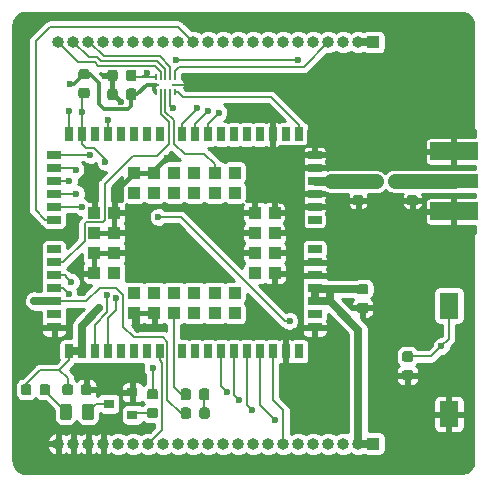
<source format=gbr>
G04 #@! TF.GenerationSoftware,KiCad,Pcbnew,5.99.0-unknown-df3fabf~86~ubuntu18.04.1*
G04 #@! TF.CreationDate,2019-10-31T14:00:14-04:00*
G04 #@! TF.ProjectId,bg96_module_board,62673936-5f6d-46f6-9475-6c655f626f61,rev?*
G04 #@! TF.SameCoordinates,Original*
G04 #@! TF.FileFunction,Copper,L1,Top*
G04 #@! TF.FilePolarity,Positive*
%FSLAX46Y46*%
G04 Gerber Fmt 4.6, Leading zero omitted, Abs format (unit mm)*
G04 Created by KiCad (PCBNEW 5.99.0-unknown-df3fabf~86~ubuntu18.04.1) date 2019-10-31 14:00:14*
%MOMM*%
%LPD*%
G04 APERTURE LIST*
%ADD10R,1.000000X1.000000*%
%ADD11R,1.150000X0.700000*%
%ADD12R,0.700000X1.150000*%
%ADD13R,0.250000X0.150000*%
%ADD14R,0.600000X0.200000*%
%ADD15R,0.200000X0.600000*%
%ADD16R,1.600000X2.180000*%
%ADD17R,0.900000X0.800000*%
%ADD18O,1.000000X1.000000*%
%ADD19R,4.064000X1.524000*%
%ADD20R,4.064000X1.270000*%
%ADD21C,0.600000*%
%ADD22C,0.200000*%
%ADD23C,0.400000*%
%ADD24C,0.300000*%
%ADD25C,0.700000*%
%ADD26C,1.290000*%
%ADD27C,0.800000*%
%ADD28C,0.254000*%
G04 APERTURE END LIST*
G04 #@! TA.AperFunction,SMDPad,CuDef*
G36*
X160439962Y-105066651D02*
G01*
X160510930Y-105114070D01*
X160558349Y-105185038D01*
X160575000Y-105268750D01*
X160575000Y-105706250D01*
X160558349Y-105789962D01*
X160510930Y-105860930D01*
X160439962Y-105908349D01*
X160356250Y-105925000D01*
X159843750Y-105925000D01*
X159760038Y-105908349D01*
X159689070Y-105860930D01*
X159641651Y-105789962D01*
X159625000Y-105706250D01*
X159625000Y-105268750D01*
X159641651Y-105185038D01*
X159689070Y-105114070D01*
X159760038Y-105066651D01*
X159843750Y-105050000D01*
X160356250Y-105050000D01*
X160439962Y-105066651D01*
G37*
G04 #@! TD.AperFunction*
G04 #@! TA.AperFunction,SMDPad,CuDef*
G36*
X160439962Y-103491651D02*
G01*
X160510930Y-103539070D01*
X160558349Y-103610038D01*
X160575000Y-103693750D01*
X160575000Y-104131250D01*
X160558349Y-104214962D01*
X160510930Y-104285930D01*
X160439962Y-104333349D01*
X160356250Y-104350000D01*
X159843750Y-104350000D01*
X159760038Y-104333349D01*
X159689070Y-104285930D01*
X159641651Y-104214962D01*
X159625000Y-104131250D01*
X159625000Y-103693750D01*
X159641651Y-103610038D01*
X159689070Y-103539070D01*
X159760038Y-103491651D01*
X159843750Y-103475000D01*
X160356250Y-103475000D01*
X160439962Y-103491651D01*
G37*
G04 #@! TD.AperFunction*
D10*
X150950000Y-97450000D03*
X150950000Y-99150000D03*
X150950000Y-100850000D03*
X152650000Y-97450000D03*
X152650000Y-99150000D03*
X152650000Y-100850000D03*
X137350000Y-102550000D03*
X137350000Y-100850000D03*
X137350000Y-99150000D03*
X139050000Y-102550000D03*
X139050000Y-100850000D03*
X139050000Y-99150000D03*
X150950000Y-102550000D03*
X152650000Y-102550000D03*
X139050000Y-97450000D03*
X137350000Y-97450000D03*
X149250000Y-104250000D03*
X147550000Y-104250000D03*
X145850000Y-104250000D03*
X144150000Y-104250000D03*
X142450000Y-104250000D03*
X149250000Y-105950000D03*
X147550000Y-105950000D03*
X145850000Y-105950000D03*
X144150000Y-105950000D03*
X142450000Y-105950000D03*
X140750000Y-105950000D03*
X140750000Y-104250000D03*
X140750000Y-95750000D03*
X142450000Y-95750000D03*
X144150000Y-95750000D03*
X145850000Y-95750000D03*
X147550000Y-95750000D03*
X140750000Y-94050000D03*
X142450000Y-94050000D03*
X144150000Y-94050000D03*
X145850000Y-94050000D03*
X147550000Y-94050000D03*
X149250000Y-95750000D03*
X149250000Y-94050000D03*
D11*
X156030000Y-92550000D03*
X156030000Y-93650000D03*
X156030000Y-94750000D03*
X156030000Y-95850000D03*
X156030000Y-96950000D03*
X156030000Y-100550000D03*
X156030000Y-101650000D03*
X156030000Y-102750000D03*
X156030000Y-103850000D03*
X156030000Y-104950000D03*
X156030000Y-106050000D03*
X156030000Y-98050000D03*
X156030000Y-107150000D03*
X133970000Y-107150000D03*
X133970000Y-106050000D03*
X133970000Y-104950000D03*
X133970000Y-103850000D03*
X133970000Y-102750000D03*
X133970000Y-101650000D03*
X133970000Y-100550000D03*
X133970000Y-98050000D03*
X133970000Y-96950000D03*
X133970000Y-95850000D03*
X133970000Y-94750000D03*
X133970000Y-93650000D03*
D12*
X154700000Y-109180000D03*
X153600000Y-109180000D03*
X152500000Y-109180000D03*
X151400000Y-109180000D03*
X150300000Y-109180000D03*
X149200000Y-109180000D03*
X148100000Y-109180000D03*
X147000000Y-109180000D03*
X145900000Y-109180000D03*
X144800000Y-109180000D03*
X142900000Y-109180000D03*
X141800000Y-109180000D03*
X140700000Y-109180000D03*
X139600000Y-109180000D03*
X138500000Y-109180000D03*
X137400000Y-109180000D03*
X136300000Y-109180000D03*
X135200000Y-109180000D03*
D11*
X133970000Y-92550000D03*
D12*
X135200000Y-90820000D03*
X136300000Y-90820000D03*
X137400000Y-90820000D03*
X138500000Y-90820000D03*
X139600000Y-90820000D03*
X140700000Y-90820000D03*
X141800000Y-90820000D03*
X142900000Y-90820000D03*
X144800000Y-90820000D03*
X145900000Y-90820000D03*
X147000000Y-90820000D03*
X148100000Y-90820000D03*
X149200000Y-90820000D03*
X150300000Y-90820000D03*
X151400000Y-90820000D03*
X152500000Y-90820000D03*
X153600000Y-90820000D03*
X154700000Y-90820000D03*
D13*
X142425000Y-87025000D03*
D14*
X142600000Y-86600000D03*
D15*
X142600000Y-85950000D03*
X143000000Y-85950000D03*
X143400000Y-85950000D03*
X143800000Y-85950000D03*
X144200000Y-85950000D03*
D14*
X144200000Y-86600000D03*
D15*
X144200000Y-87250000D03*
X143800000Y-87250000D03*
X143400000Y-87250000D03*
X143000000Y-87250000D03*
X142600000Y-87250000D03*
D16*
X167400000Y-105310000D03*
X167400000Y-114490000D03*
G04 #@! TA.AperFunction,SMDPad,CuDef*
G36*
X142639962Y-112391651D02*
G01*
X142710930Y-112439070D01*
X142758349Y-112510038D01*
X142775000Y-112593750D01*
X142775000Y-113031250D01*
X142758349Y-113114962D01*
X142710930Y-113185930D01*
X142639962Y-113233349D01*
X142556250Y-113250000D01*
X142043750Y-113250000D01*
X141960038Y-113233349D01*
X141889070Y-113185930D01*
X141841651Y-113114962D01*
X141825000Y-113031250D01*
X141825000Y-112593750D01*
X141841651Y-112510038D01*
X141889070Y-112439070D01*
X141960038Y-112391651D01*
X142043750Y-112375000D01*
X142556250Y-112375000D01*
X142639962Y-112391651D01*
G37*
G04 #@! TD.AperFunction*
G04 #@! TA.AperFunction,SMDPad,CuDef*
G36*
X142639962Y-113966651D02*
G01*
X142710930Y-114014070D01*
X142758349Y-114085038D01*
X142775000Y-114168750D01*
X142775000Y-114606250D01*
X142758349Y-114689962D01*
X142710930Y-114760930D01*
X142639962Y-114808349D01*
X142556250Y-114825000D01*
X142043750Y-114825000D01*
X141960038Y-114808349D01*
X141889070Y-114760930D01*
X141841651Y-114689962D01*
X141825000Y-114606250D01*
X141825000Y-114168750D01*
X141841651Y-114085038D01*
X141889070Y-114014070D01*
X141960038Y-113966651D01*
X142043750Y-113950000D01*
X142556250Y-113950000D01*
X142639962Y-113966651D01*
G37*
G04 #@! TD.AperFunction*
G04 #@! TA.AperFunction,SMDPad,CuDef*
G36*
X133489962Y-111941651D02*
G01*
X133560930Y-111989070D01*
X133608349Y-112060038D01*
X133625000Y-112143750D01*
X133625000Y-112656250D01*
X133608349Y-112739962D01*
X133560930Y-112810930D01*
X133489962Y-112858349D01*
X133406250Y-112875000D01*
X132968750Y-112875000D01*
X132885038Y-112858349D01*
X132814070Y-112810930D01*
X132766651Y-112739962D01*
X132750000Y-112656250D01*
X132750000Y-112143750D01*
X132766651Y-112060038D01*
X132814070Y-111989070D01*
X132885038Y-111941651D01*
X132968750Y-111925000D01*
X133406250Y-111925000D01*
X133489962Y-111941651D01*
G37*
G04 #@! TD.AperFunction*
G04 #@! TA.AperFunction,SMDPad,CuDef*
G36*
X131914962Y-111941651D02*
G01*
X131985930Y-111989070D01*
X132033349Y-112060038D01*
X132050000Y-112143750D01*
X132050000Y-112656250D01*
X132033349Y-112739962D01*
X131985930Y-112810930D01*
X131914962Y-112858349D01*
X131831250Y-112875000D01*
X131393750Y-112875000D01*
X131310038Y-112858349D01*
X131239070Y-112810930D01*
X131191651Y-112739962D01*
X131175000Y-112656250D01*
X131175000Y-112143750D01*
X131191651Y-112060038D01*
X131239070Y-111989070D01*
X131310038Y-111941651D01*
X131393750Y-111925000D01*
X131831250Y-111925000D01*
X131914962Y-111941651D01*
G37*
G04 #@! TD.AperFunction*
G04 #@! TA.AperFunction,SMDPad,CuDef*
G36*
X146989962Y-112341651D02*
G01*
X147060930Y-112389070D01*
X147108349Y-112460038D01*
X147125000Y-112543750D01*
X147125000Y-113056250D01*
X147108349Y-113139962D01*
X147060930Y-113210930D01*
X146989962Y-113258349D01*
X146906250Y-113275000D01*
X146468750Y-113275000D01*
X146385038Y-113258349D01*
X146314070Y-113210930D01*
X146266651Y-113139962D01*
X146250000Y-113056250D01*
X146250000Y-112543750D01*
X146266651Y-112460038D01*
X146314070Y-112389070D01*
X146385038Y-112341651D01*
X146468750Y-112325000D01*
X146906250Y-112325000D01*
X146989962Y-112341651D01*
G37*
G04 #@! TD.AperFunction*
G04 #@! TA.AperFunction,SMDPad,CuDef*
G36*
X145414962Y-112341651D02*
G01*
X145485930Y-112389070D01*
X145533349Y-112460038D01*
X145550000Y-112543750D01*
X145550000Y-113056250D01*
X145533349Y-113139962D01*
X145485930Y-113210930D01*
X145414962Y-113258349D01*
X145331250Y-113275000D01*
X144893750Y-113275000D01*
X144810038Y-113258349D01*
X144739070Y-113210930D01*
X144691651Y-113139962D01*
X144675000Y-113056250D01*
X144675000Y-112543750D01*
X144691651Y-112460038D01*
X144739070Y-112389070D01*
X144810038Y-112341651D01*
X144893750Y-112325000D01*
X145331250Y-112325000D01*
X145414962Y-112341651D01*
G37*
G04 #@! TD.AperFunction*
G04 #@! TA.AperFunction,SMDPad,CuDef*
G36*
X145427462Y-113941651D02*
G01*
X145498430Y-113989070D01*
X145545849Y-114060038D01*
X145562500Y-114143750D01*
X145562500Y-114656250D01*
X145545849Y-114739962D01*
X145498430Y-114810930D01*
X145427462Y-114858349D01*
X145343750Y-114875000D01*
X144906250Y-114875000D01*
X144822538Y-114858349D01*
X144751570Y-114810930D01*
X144704151Y-114739962D01*
X144687500Y-114656250D01*
X144687500Y-114143750D01*
X144704151Y-114060038D01*
X144751570Y-113989070D01*
X144822538Y-113941651D01*
X144906250Y-113925000D01*
X145343750Y-113925000D01*
X145427462Y-113941651D01*
G37*
G04 #@! TD.AperFunction*
G04 #@! TA.AperFunction,SMDPad,CuDef*
G36*
X147002462Y-113941651D02*
G01*
X147073430Y-113989070D01*
X147120849Y-114060038D01*
X147137500Y-114143750D01*
X147137500Y-114656250D01*
X147120849Y-114739962D01*
X147073430Y-114810930D01*
X147002462Y-114858349D01*
X146918750Y-114875000D01*
X146481250Y-114875000D01*
X146397538Y-114858349D01*
X146326570Y-114810930D01*
X146279151Y-114739962D01*
X146262500Y-114656250D01*
X146262500Y-114143750D01*
X146279151Y-114060038D01*
X146326570Y-113989070D01*
X146397538Y-113941651D01*
X146481250Y-113925000D01*
X146918750Y-113925000D01*
X147002462Y-113941651D01*
G37*
G04 #@! TD.AperFunction*
G04 #@! TA.AperFunction,SMDPad,CuDef*
G36*
X136839962Y-86866651D02*
G01*
X136910930Y-86914070D01*
X136958349Y-86985038D01*
X136975000Y-87068750D01*
X136975000Y-87506250D01*
X136958349Y-87589962D01*
X136910930Y-87660930D01*
X136839962Y-87708349D01*
X136756250Y-87725000D01*
X136243750Y-87725000D01*
X136160038Y-87708349D01*
X136089070Y-87660930D01*
X136041651Y-87589962D01*
X136025000Y-87506250D01*
X136025000Y-87068750D01*
X136041651Y-86985038D01*
X136089070Y-86914070D01*
X136160038Y-86866651D01*
X136243750Y-86850000D01*
X136756250Y-86850000D01*
X136839962Y-86866651D01*
G37*
G04 #@! TD.AperFunction*
G04 #@! TA.AperFunction,SMDPad,CuDef*
G36*
X136839962Y-85291651D02*
G01*
X136910930Y-85339070D01*
X136958349Y-85410038D01*
X136975000Y-85493750D01*
X136975000Y-85931250D01*
X136958349Y-86014962D01*
X136910930Y-86085930D01*
X136839962Y-86133349D01*
X136756250Y-86150000D01*
X136243750Y-86150000D01*
X136160038Y-86133349D01*
X136089070Y-86085930D01*
X136041651Y-86014962D01*
X136025000Y-85931250D01*
X136025000Y-85493750D01*
X136041651Y-85410038D01*
X136089070Y-85339070D01*
X136160038Y-85291651D01*
X136243750Y-85275000D01*
X136756250Y-85275000D01*
X136839962Y-85291651D01*
G37*
G04 #@! TD.AperFunction*
G04 #@! TA.AperFunction,SMDPad,CuDef*
G36*
X161514962Y-94341651D02*
G01*
X161585930Y-94389070D01*
X161633349Y-94460038D01*
X161650000Y-94543750D01*
X161650000Y-95056250D01*
X161633349Y-95139962D01*
X161585930Y-95210930D01*
X161514962Y-95258349D01*
X161431250Y-95275000D01*
X160993750Y-95275000D01*
X160910038Y-95258349D01*
X160839070Y-95210930D01*
X160791651Y-95139962D01*
X160775000Y-95056250D01*
X160775000Y-94543750D01*
X160791651Y-94460038D01*
X160839070Y-94389070D01*
X160910038Y-94341651D01*
X160993750Y-94325000D01*
X161431250Y-94325000D01*
X161514962Y-94341651D01*
G37*
G04 #@! TD.AperFunction*
G04 #@! TA.AperFunction,SMDPad,CuDef*
G36*
X163089962Y-94341651D02*
G01*
X163160930Y-94389070D01*
X163208349Y-94460038D01*
X163225000Y-94543750D01*
X163225000Y-95056250D01*
X163208349Y-95139962D01*
X163160930Y-95210930D01*
X163089962Y-95258349D01*
X163006250Y-95275000D01*
X162568750Y-95275000D01*
X162485038Y-95258349D01*
X162414070Y-95210930D01*
X162366651Y-95139962D01*
X162350000Y-95056250D01*
X162350000Y-94543750D01*
X162366651Y-94460038D01*
X162414070Y-94389070D01*
X162485038Y-94341651D01*
X162568750Y-94325000D01*
X163006250Y-94325000D01*
X163089962Y-94341651D01*
G37*
G04 #@! TD.AperFunction*
D17*
X138600000Y-113600000D03*
X140600000Y-112650000D03*
X140600000Y-114550000D03*
D18*
X134330000Y-117000000D03*
X135600000Y-117000000D03*
X136870000Y-117000000D03*
X138140000Y-117000000D03*
X139410000Y-117000000D03*
X140680000Y-117000000D03*
X141950000Y-117000000D03*
X143220000Y-117000000D03*
X144490000Y-117000000D03*
X145760000Y-117000000D03*
X147030000Y-117000000D03*
X148300000Y-117000000D03*
X149570000Y-117000000D03*
X150840000Y-117000000D03*
X152110000Y-117000000D03*
X153380000Y-117000000D03*
X154650000Y-117000000D03*
X155920000Y-117000000D03*
X157190000Y-117000000D03*
X158460000Y-117000000D03*
X159730000Y-117000000D03*
D10*
X161000000Y-117000000D03*
D18*
X134330000Y-83000000D03*
X135600000Y-83000000D03*
X136870000Y-83000000D03*
X138140000Y-83000000D03*
X139410000Y-83000000D03*
X140680000Y-83000000D03*
X141950000Y-83000000D03*
X143220000Y-83000000D03*
X144490000Y-83000000D03*
X145760000Y-83000000D03*
X147030000Y-83000000D03*
X148300000Y-83000000D03*
X149570000Y-83000000D03*
X150840000Y-83000000D03*
X152110000Y-83000000D03*
X153380000Y-83000000D03*
X154650000Y-83000000D03*
X155920000Y-83000000D03*
X157190000Y-83000000D03*
X158460000Y-83000000D03*
X159730000Y-83000000D03*
D10*
X161000000Y-83000000D03*
D19*
X167800000Y-97340000D03*
X167800000Y-92260000D03*
D20*
X167800000Y-94800000D03*
G04 #@! TA.AperFunction,SMDPad,CuDef*
G36*
X135299529Y-113618554D02*
G01*
X135378607Y-113671393D01*
X135431446Y-113750471D01*
X135450000Y-113843750D01*
X135450000Y-114756250D01*
X135431446Y-114849529D01*
X135378607Y-114928607D01*
X135299529Y-114981446D01*
X135206250Y-115000000D01*
X134718750Y-115000000D01*
X134625471Y-114981446D01*
X134546393Y-114928607D01*
X134493554Y-114849529D01*
X134475000Y-114756250D01*
X134475000Y-113843750D01*
X134493554Y-113750471D01*
X134546393Y-113671393D01*
X134625471Y-113618554D01*
X134718750Y-113600000D01*
X135206250Y-113600000D01*
X135299529Y-113618554D01*
G37*
G04 #@! TD.AperFunction*
G04 #@! TA.AperFunction,SMDPad,CuDef*
G36*
X137174529Y-113618554D02*
G01*
X137253607Y-113671393D01*
X137306446Y-113750471D01*
X137325000Y-113843750D01*
X137325000Y-114756250D01*
X137306446Y-114849529D01*
X137253607Y-114928607D01*
X137174529Y-114981446D01*
X137081250Y-115000000D01*
X136593750Y-115000000D01*
X136500471Y-114981446D01*
X136421393Y-114928607D01*
X136368554Y-114849529D01*
X136350000Y-114756250D01*
X136350000Y-113843750D01*
X136368554Y-113750471D01*
X136421393Y-113671393D01*
X136500471Y-113618554D01*
X136593750Y-113600000D01*
X137081250Y-113600000D01*
X137174529Y-113618554D01*
G37*
G04 #@! TD.AperFunction*
G04 #@! TA.AperFunction,SMDPad,CuDef*
G36*
X136989962Y-111941651D02*
G01*
X137060930Y-111989070D01*
X137108349Y-112060038D01*
X137125000Y-112143750D01*
X137125000Y-112656250D01*
X137108349Y-112739962D01*
X137060930Y-112810930D01*
X136989962Y-112858349D01*
X136906250Y-112875000D01*
X136468750Y-112875000D01*
X136385038Y-112858349D01*
X136314070Y-112810930D01*
X136266651Y-112739962D01*
X136250000Y-112656250D01*
X136250000Y-112143750D01*
X136266651Y-112060038D01*
X136314070Y-111989070D01*
X136385038Y-111941651D01*
X136468750Y-111925000D01*
X136906250Y-111925000D01*
X136989962Y-111941651D01*
G37*
G04 #@! TD.AperFunction*
G04 #@! TA.AperFunction,SMDPad,CuDef*
G36*
X135414962Y-111941651D02*
G01*
X135485930Y-111989070D01*
X135533349Y-112060038D01*
X135550000Y-112143750D01*
X135550000Y-112656250D01*
X135533349Y-112739962D01*
X135485930Y-112810930D01*
X135414962Y-112858349D01*
X135331250Y-112875000D01*
X134893750Y-112875000D01*
X134810038Y-112858349D01*
X134739070Y-112810930D01*
X134691651Y-112739962D01*
X134675000Y-112656250D01*
X134675000Y-112143750D01*
X134691651Y-112060038D01*
X134739070Y-111989070D01*
X134810038Y-111941651D01*
X134893750Y-111925000D01*
X135331250Y-111925000D01*
X135414962Y-111941651D01*
G37*
G04 #@! TD.AperFunction*
G04 #@! TA.AperFunction,SMDPad,CuDef*
G36*
X140789962Y-85341651D02*
G01*
X140860930Y-85389070D01*
X140908349Y-85460038D01*
X140925000Y-85543750D01*
X140925000Y-86056250D01*
X140908349Y-86139962D01*
X140860930Y-86210930D01*
X140789962Y-86258349D01*
X140706250Y-86275000D01*
X140268750Y-86275000D01*
X140185038Y-86258349D01*
X140114070Y-86210930D01*
X140066651Y-86139962D01*
X140050000Y-86056250D01*
X140050000Y-85543750D01*
X140066651Y-85460038D01*
X140114070Y-85389070D01*
X140185038Y-85341651D01*
X140268750Y-85325000D01*
X140706250Y-85325000D01*
X140789962Y-85341651D01*
G37*
G04 #@! TD.AperFunction*
G04 #@! TA.AperFunction,SMDPad,CuDef*
G36*
X139214962Y-85341651D02*
G01*
X139285930Y-85389070D01*
X139333349Y-85460038D01*
X139350000Y-85543750D01*
X139350000Y-86056250D01*
X139333349Y-86139962D01*
X139285930Y-86210930D01*
X139214962Y-86258349D01*
X139131250Y-86275000D01*
X138693750Y-86275000D01*
X138610038Y-86258349D01*
X138539070Y-86210930D01*
X138491651Y-86139962D01*
X138475000Y-86056250D01*
X138475000Y-85543750D01*
X138491651Y-85460038D01*
X138539070Y-85389070D01*
X138610038Y-85341651D01*
X138693750Y-85325000D01*
X139131250Y-85325000D01*
X139214962Y-85341651D01*
G37*
G04 #@! TD.AperFunction*
G04 #@! TA.AperFunction,SMDPad,CuDef*
G36*
X140789962Y-86941651D02*
G01*
X140860930Y-86989070D01*
X140908349Y-87060038D01*
X140925000Y-87143750D01*
X140925000Y-87656250D01*
X140908349Y-87739962D01*
X140860930Y-87810930D01*
X140789962Y-87858349D01*
X140706250Y-87875000D01*
X140268750Y-87875000D01*
X140185038Y-87858349D01*
X140114070Y-87810930D01*
X140066651Y-87739962D01*
X140050000Y-87656250D01*
X140050000Y-87143750D01*
X140066651Y-87060038D01*
X140114070Y-86989070D01*
X140185038Y-86941651D01*
X140268750Y-86925000D01*
X140706250Y-86925000D01*
X140789962Y-86941651D01*
G37*
G04 #@! TD.AperFunction*
G04 #@! TA.AperFunction,SMDPad,CuDef*
G36*
X139214962Y-86941651D02*
G01*
X139285930Y-86989070D01*
X139333349Y-87060038D01*
X139350000Y-87143750D01*
X139350000Y-87656250D01*
X139333349Y-87739962D01*
X139285930Y-87810930D01*
X139214962Y-87858349D01*
X139131250Y-87875000D01*
X138693750Y-87875000D01*
X138610038Y-87858349D01*
X138539070Y-87810930D01*
X138491651Y-87739962D01*
X138475000Y-87656250D01*
X138475000Y-87143750D01*
X138491651Y-87060038D01*
X138539070Y-86989070D01*
X138610038Y-86941651D01*
X138693750Y-86925000D01*
X139131250Y-86925000D01*
X139214962Y-86941651D01*
G37*
G04 #@! TD.AperFunction*
G04 #@! TA.AperFunction,SMDPad,CuDef*
G36*
X164639962Y-95966651D02*
G01*
X164710930Y-96014070D01*
X164758349Y-96085038D01*
X164775000Y-96168750D01*
X164775000Y-96606250D01*
X164758349Y-96689962D01*
X164710930Y-96760930D01*
X164639962Y-96808349D01*
X164556250Y-96825000D01*
X164043750Y-96825000D01*
X163960038Y-96808349D01*
X163889070Y-96760930D01*
X163841651Y-96689962D01*
X163825000Y-96606250D01*
X163825000Y-96168750D01*
X163841651Y-96085038D01*
X163889070Y-96014070D01*
X163960038Y-95966651D01*
X164043750Y-95950000D01*
X164556250Y-95950000D01*
X164639962Y-95966651D01*
G37*
G04 #@! TD.AperFunction*
G04 #@! TA.AperFunction,SMDPad,CuDef*
G36*
X164639962Y-94391651D02*
G01*
X164710930Y-94439070D01*
X164758349Y-94510038D01*
X164775000Y-94593750D01*
X164775000Y-95031250D01*
X164758349Y-95114962D01*
X164710930Y-95185930D01*
X164639962Y-95233349D01*
X164556250Y-95250000D01*
X164043750Y-95250000D01*
X163960038Y-95233349D01*
X163889070Y-95185930D01*
X163841651Y-95114962D01*
X163825000Y-95031250D01*
X163825000Y-94593750D01*
X163841651Y-94510038D01*
X163889070Y-94439070D01*
X163960038Y-94391651D01*
X164043750Y-94375000D01*
X164556250Y-94375000D01*
X164639962Y-94391651D01*
G37*
G04 #@! TD.AperFunction*
G04 #@! TA.AperFunction,SMDPad,CuDef*
G36*
X160039962Y-95966651D02*
G01*
X160110930Y-96014070D01*
X160158349Y-96085038D01*
X160175000Y-96168750D01*
X160175000Y-96606250D01*
X160158349Y-96689962D01*
X160110930Y-96760930D01*
X160039962Y-96808349D01*
X159956250Y-96825000D01*
X159443750Y-96825000D01*
X159360038Y-96808349D01*
X159289070Y-96760930D01*
X159241651Y-96689962D01*
X159225000Y-96606250D01*
X159225000Y-96168750D01*
X159241651Y-96085038D01*
X159289070Y-96014070D01*
X159360038Y-95966651D01*
X159443750Y-95950000D01*
X159956250Y-95950000D01*
X160039962Y-95966651D01*
G37*
G04 #@! TD.AperFunction*
G04 #@! TA.AperFunction,SMDPad,CuDef*
G36*
X160039962Y-94391651D02*
G01*
X160110930Y-94439070D01*
X160158349Y-94510038D01*
X160175000Y-94593750D01*
X160175000Y-95031250D01*
X160158349Y-95114962D01*
X160110930Y-95185930D01*
X160039962Y-95233349D01*
X159956250Y-95250000D01*
X159443750Y-95250000D01*
X159360038Y-95233349D01*
X159289070Y-95185930D01*
X159241651Y-95114962D01*
X159225000Y-95031250D01*
X159225000Y-94593750D01*
X159241651Y-94510038D01*
X159289070Y-94439070D01*
X159360038Y-94391651D01*
X159443750Y-94375000D01*
X159956250Y-94375000D01*
X160039962Y-94391651D01*
G37*
G04 #@! TD.AperFunction*
G04 #@! TA.AperFunction,SMDPad,CuDef*
G36*
X164239962Y-110766651D02*
G01*
X164310930Y-110814070D01*
X164358349Y-110885038D01*
X164375000Y-110968750D01*
X164375000Y-111406250D01*
X164358349Y-111489962D01*
X164310930Y-111560930D01*
X164239962Y-111608349D01*
X164156250Y-111625000D01*
X163643750Y-111625000D01*
X163560038Y-111608349D01*
X163489070Y-111560930D01*
X163441651Y-111489962D01*
X163425000Y-111406250D01*
X163425000Y-110968750D01*
X163441651Y-110885038D01*
X163489070Y-110814070D01*
X163560038Y-110766651D01*
X163643750Y-110750000D01*
X164156250Y-110750000D01*
X164239962Y-110766651D01*
G37*
G04 #@! TD.AperFunction*
G04 #@! TA.AperFunction,SMDPad,CuDef*
G36*
X164239962Y-109191651D02*
G01*
X164310930Y-109239070D01*
X164358349Y-109310038D01*
X164375000Y-109393750D01*
X164375000Y-109831250D01*
X164358349Y-109914962D01*
X164310930Y-109985930D01*
X164239962Y-110033349D01*
X164156250Y-110050000D01*
X163643750Y-110050000D01*
X163560038Y-110033349D01*
X163489070Y-109985930D01*
X163441651Y-109914962D01*
X163425000Y-109831250D01*
X163425000Y-109393750D01*
X163441651Y-109310038D01*
X163489070Y-109239070D01*
X163560038Y-109191651D01*
X163643750Y-109175000D01*
X164156250Y-109175000D01*
X164239962Y-109191651D01*
G37*
G04 #@! TD.AperFunction*
D21*
X142800000Y-97800000D03*
X143500000Y-92800000D03*
X140500000Y-99000000D03*
X156000000Y-91500000D03*
X131000000Y-89000000D03*
X131000000Y-85500000D03*
X135000000Y-81000000D03*
X166500000Y-81000000D03*
X160000000Y-81000000D03*
X153500000Y-81000000D03*
X147000000Y-81000000D03*
X141000000Y-81000000D03*
X131500000Y-81500000D03*
X139000000Y-119000000D03*
X137500000Y-119000000D03*
X136000000Y-119000000D03*
X134500000Y-119000000D03*
X134000000Y-115500000D03*
X136000000Y-115500000D03*
X138500000Y-115500000D03*
X160000000Y-102500000D03*
X157500000Y-107500000D03*
X152500000Y-107500000D03*
X150000000Y-107500000D03*
X147500000Y-107500000D03*
X145000000Y-107500000D03*
X157500000Y-112500000D03*
X157500000Y-110000000D03*
X162500000Y-110000000D03*
X162500000Y-107500000D03*
X165000000Y-107500000D03*
X165000000Y-105000000D03*
X162500000Y-105000000D03*
X160000000Y-100000000D03*
X162500000Y-100000000D03*
X162500000Y-102500000D03*
X165000000Y-102500000D03*
X165000000Y-100000000D03*
X167500000Y-100000000D03*
X167500000Y-102500000D03*
X167500000Y-110000000D03*
X167500000Y-112500000D03*
X162500000Y-112500000D03*
X165000000Y-112500000D03*
X165000000Y-115000000D03*
X162500000Y-115000000D03*
X162500000Y-117500000D03*
X165000000Y-117500000D03*
X167500000Y-117500000D03*
X132500000Y-107500000D03*
X132500000Y-110000000D03*
X132500000Y-115000000D03*
X132500000Y-117500000D03*
X157500000Y-90000000D03*
X160000000Y-87500000D03*
X160000000Y-90000000D03*
X162500000Y-90000000D03*
X162500000Y-87500000D03*
X162500000Y-85000000D03*
X165000000Y-90000000D03*
X165000000Y-87500000D03*
X165000000Y-85000000D03*
X165000000Y-82500000D03*
X167500000Y-90000000D03*
X167500000Y-87500000D03*
X167500000Y-85000000D03*
X167500000Y-82500000D03*
X154500000Y-92600000D03*
X154500000Y-93700000D03*
X164900000Y-93300000D03*
X163400000Y-93300000D03*
X161900000Y-93300000D03*
X160400000Y-93300000D03*
X158900000Y-93300000D03*
X154500000Y-96900000D03*
X154500000Y-95800000D03*
X163100000Y-96300000D03*
X162000000Y-96200000D03*
X160900000Y-96300000D03*
X158700000Y-96300000D03*
X154500000Y-94700000D03*
X165300000Y-92300000D03*
X163800000Y-92300000D03*
X162300000Y-92300000D03*
X160800000Y-92300000D03*
X159300000Y-92300000D03*
X164900000Y-98100000D03*
X166200000Y-99000000D03*
X163700000Y-97700000D03*
X162200000Y-97300000D03*
X160700000Y-97300000D03*
X159100000Y-97700000D03*
X157800000Y-92300000D03*
X157700000Y-97300000D03*
X157500000Y-96300000D03*
X157400000Y-93300000D03*
X141000000Y-107200000D03*
X140400000Y-100800000D03*
X140400000Y-97500000D03*
X137900000Y-94200000D03*
X142500000Y-107300000D03*
X139600000Y-88050000D03*
X138500000Y-89600000D03*
X139200000Y-104700000D03*
X138464673Y-104384860D03*
X144275733Y-84524277D03*
X154600000Y-84500000D03*
X141800000Y-85600010D03*
X147900000Y-89000000D03*
X147000000Y-88800000D03*
X153900000Y-106600000D03*
X137800000Y-105500000D03*
X135400000Y-103300000D03*
X135200000Y-104300000D03*
X166750000Y-108750000D03*
X138300000Y-93150000D03*
X137050000Y-92550000D03*
X158012500Y-103912500D03*
X146100000Y-88600000D03*
X144000000Y-88600000D03*
X142300000Y-110600000D03*
X135800000Y-93800000D03*
X136349976Y-97000000D03*
X135850000Y-95850000D03*
X135250000Y-94750000D03*
X136300000Y-88900000D03*
X135200000Y-88800000D03*
X135323553Y-86523553D03*
X132300000Y-104900000D03*
X148600000Y-112591302D03*
X149600000Y-113300000D03*
X150750000Y-114150000D03*
X152700000Y-115000000D03*
D22*
X144200000Y-86600000D02*
X145700000Y-86600000D01*
X153900000Y-106600000D02*
X153475736Y-106600000D01*
X153475736Y-106600000D02*
X144675736Y-97800000D01*
X144675736Y-97800000D02*
X143224264Y-97800000D01*
X143224264Y-97800000D02*
X142800000Y-97800000D01*
X140700000Y-108000000D02*
X139800001Y-107100001D01*
X143185002Y-108000000D02*
X140700000Y-108000000D01*
X143550001Y-108364999D02*
X143185002Y-108000000D01*
X143550001Y-113262501D02*
X143550001Y-108364999D01*
X145125000Y-114400000D02*
X144687500Y-114400000D01*
X144687500Y-114400000D02*
X143550001Y-113262501D01*
X139172861Y-103784859D02*
X137815141Y-103784859D01*
X136650000Y-104950000D02*
X134745000Y-104950000D01*
X139800001Y-107100001D02*
X139800001Y-104411999D01*
X139800001Y-104411999D02*
X139172861Y-103784859D01*
X134745000Y-104950000D02*
X133970000Y-104950000D01*
X137815141Y-103784859D02*
X136650000Y-104950000D01*
D23*
X142450000Y-93850000D02*
X143200001Y-93099999D01*
X143200001Y-93099999D02*
X143500000Y-92800000D01*
X142450000Y-94050000D02*
X142450000Y-93850000D01*
X141000000Y-107400000D02*
X141000000Y-106200000D01*
X141000000Y-106200000D02*
X140750000Y-105950000D01*
X142450000Y-107250000D02*
X142500000Y-107300000D01*
X142450000Y-105950000D02*
X142450000Y-107250000D01*
X142450000Y-105950000D02*
X140750000Y-105950000D01*
X138950000Y-87400000D02*
X139600000Y-88050000D01*
X138912500Y-87400000D02*
X138950000Y-87400000D01*
D24*
X140200000Y-88700000D02*
X140487500Y-88412500D01*
X138200000Y-88700000D02*
X140200000Y-88700000D01*
X137762500Y-88262500D02*
X138200000Y-88700000D01*
X137762500Y-86500000D02*
X137762500Y-88262500D01*
X140487500Y-88412500D02*
X140487500Y-87400000D01*
X136500000Y-85712500D02*
X136975000Y-85712500D01*
X136975000Y-85712500D02*
X137762500Y-86500000D01*
D22*
X138500000Y-90820000D02*
X138500000Y-89600000D01*
D23*
X138912500Y-85800000D02*
X138912500Y-87400000D01*
X139050000Y-97450000D02*
X139050000Y-95750000D01*
X139050000Y-95750000D02*
X140750000Y-94050000D01*
X140750000Y-94050000D02*
X142450000Y-94050000D01*
X137350000Y-100850000D02*
X137350000Y-102550000D01*
X137350000Y-100850000D02*
X139050000Y-100850000D01*
X139050000Y-97450000D02*
X139050000Y-99150000D01*
X137350000Y-99150000D02*
X139050000Y-99150000D01*
D22*
X138500000Y-109180000D02*
X138500000Y-106400000D01*
X138500000Y-106400000D02*
X139200000Y-105700000D01*
X138464673Y-105869627D02*
X138464673Y-104809124D01*
X139200000Y-105124264D02*
X139200000Y-104700000D01*
X139200000Y-105700000D02*
X139200000Y-105124264D01*
X137400000Y-106934300D02*
X138464673Y-105869627D01*
X138464673Y-104809124D02*
X138464673Y-104384860D01*
X137400000Y-109180000D02*
X137400000Y-106934300D01*
X144100000Y-106000000D02*
X144100000Y-112225000D01*
X144150000Y-105950000D02*
X144100000Y-106000000D01*
X144100000Y-112225000D02*
X144675000Y-112800000D01*
X144675000Y-112800000D02*
X145112500Y-112800000D01*
X144300010Y-84500000D02*
X144275733Y-84524277D01*
X154600000Y-84500000D02*
X144300010Y-84500000D01*
X155090000Y-85100000D02*
X144550000Y-85100000D01*
X144200000Y-85450000D02*
X144200000Y-85950000D01*
X157190000Y-83000000D02*
X155090000Y-85100000D01*
X144550000Y-85100000D02*
X144200000Y-85450000D01*
X136955998Y-83000000D02*
X138155998Y-84200000D01*
X138155998Y-84200000D02*
X142900000Y-84200000D01*
X142900000Y-84200000D02*
X143800000Y-85100000D01*
X136870000Y-83000000D02*
X136955998Y-83000000D01*
X143800000Y-85100000D02*
X143800000Y-85950000D01*
X143400000Y-85300000D02*
X142700000Y-84600000D01*
X143400000Y-85950000D02*
X143400000Y-85300000D01*
X137600000Y-84300000D02*
X136900000Y-84300000D01*
X142700000Y-84600000D02*
X137900000Y-84600000D01*
X137900000Y-84600000D02*
X137600000Y-84300000D01*
X136900000Y-84300000D02*
X135600000Y-83000000D01*
X143000000Y-85500000D02*
X142500010Y-85000010D01*
X137400010Y-84700010D02*
X136030010Y-84700010D01*
X143000000Y-85950000D02*
X143000000Y-85500000D01*
X142500010Y-85000010D02*
X137700010Y-85000010D01*
X137700010Y-85000010D02*
X137400010Y-84700010D01*
X136030010Y-84700010D02*
X134330000Y-83000000D01*
X142600000Y-85950000D02*
X141450000Y-85950000D01*
X141450000Y-85950000D02*
X140637500Y-85950000D01*
X141450000Y-85950000D02*
X141450010Y-85950000D01*
X141450010Y-85950000D02*
X141800000Y-85600010D01*
X147000000Y-89900000D02*
X147900000Y-89000000D01*
X147000000Y-90820000D02*
X147000000Y-89900000D01*
X145900000Y-90820000D02*
X145900000Y-89900000D01*
X145900000Y-89900000D02*
X147000000Y-88800000D01*
X140637500Y-85950000D02*
X140487500Y-85800000D01*
D25*
X136300000Y-109180000D02*
X136300000Y-107000000D01*
X136300000Y-107000000D02*
X137800000Y-105500000D01*
D22*
X133970000Y-102750000D02*
X134850000Y-102750000D01*
X134850000Y-102750000D02*
X135100001Y-103000001D01*
X135100001Y-103000001D02*
X135400000Y-103300000D01*
X134900001Y-104000001D02*
X135200000Y-104300000D01*
X133970000Y-103850000D02*
X134750000Y-103850000D01*
X134750000Y-103850000D02*
X134900001Y-104000001D01*
X166750000Y-108750000D02*
X165887500Y-109612500D01*
X167400000Y-108100000D02*
X166750000Y-108750000D01*
X136300000Y-91595000D02*
X136654999Y-91949999D01*
X137338001Y-91949999D02*
X138300000Y-92911998D01*
X136300000Y-90820000D02*
X136300000Y-91595000D01*
X136654999Y-91949999D02*
X137338001Y-91949999D01*
X138300000Y-92911998D02*
X138300000Y-93150000D01*
X133970000Y-92550000D02*
X137050000Y-92550000D01*
X165887500Y-109612500D02*
X163900000Y-109612500D01*
X167400000Y-105310000D02*
X167400000Y-108100000D01*
D26*
X167800000Y-94800000D02*
X162802510Y-94800000D01*
D27*
X157400000Y-94800000D02*
X157100000Y-94800000D01*
X157100000Y-94800000D02*
X157050000Y-94750000D01*
X157050000Y-94750000D02*
X156030000Y-94750000D01*
D26*
X161212500Y-94800000D02*
X157400000Y-94800000D01*
D22*
X135112500Y-111467500D02*
X135112500Y-111912500D01*
X134400000Y-110755000D02*
X135112500Y-111467500D01*
X135112500Y-111912500D02*
X135112500Y-112400000D01*
X132782500Y-110755000D02*
X131612500Y-111925000D01*
X134400000Y-110755000D02*
X132782500Y-110755000D01*
X131612500Y-111925000D02*
X131612500Y-112400000D01*
X135200000Y-109180000D02*
X135200000Y-109955000D01*
X135200000Y-109955000D02*
X134400000Y-110755000D01*
D25*
X160100000Y-103912500D02*
X158012500Y-103912500D01*
X158012500Y-103912500D02*
X157487500Y-103912500D01*
X135200000Y-109180000D02*
X136300000Y-109180000D01*
X161000000Y-83000000D02*
X159730000Y-83000000D01*
D22*
X144800000Y-89900000D02*
X145800001Y-88899999D01*
X144800000Y-90820000D02*
X144800000Y-89900000D01*
X145800001Y-88899999D02*
X146100000Y-88600000D01*
X143800000Y-88400000D02*
X144000000Y-88600000D01*
X143800000Y-87250000D02*
X143800000Y-88400000D01*
X132400000Y-82900000D02*
X132400000Y-97255000D01*
X132400000Y-97255000D02*
X133195000Y-98050000D01*
X133195000Y-98050000D02*
X133970000Y-98050000D01*
X133600000Y-81700000D02*
X132400000Y-82900000D01*
X144460000Y-81700000D02*
X133600000Y-81700000D01*
X145760000Y-83000000D02*
X144460000Y-81700000D01*
X145014998Y-92500000D02*
X146700000Y-92500000D01*
X144100000Y-89600000D02*
X144100000Y-91585002D01*
X143400000Y-87250000D02*
X143400000Y-88900000D01*
X143400000Y-88900000D02*
X144100000Y-89600000D01*
X146700000Y-92500000D02*
X147550000Y-93350000D01*
X144100000Y-91585002D02*
X145014998Y-92500000D01*
X147550000Y-93350000D02*
X147550000Y-94050000D01*
X138090001Y-98250001D02*
X138249999Y-98090003D01*
X138249999Y-98090003D02*
X138249999Y-95009999D01*
X136709997Y-98250001D02*
X138090001Y-98250001D01*
X136549999Y-99845001D02*
X136549999Y-98409999D01*
X142700000Y-92600000D02*
X143700000Y-91600000D01*
X143700000Y-91600000D02*
X143700000Y-89800000D01*
X143700000Y-89800000D02*
X143000000Y-89100000D01*
X133970000Y-101650000D02*
X134745000Y-101650000D01*
X136549999Y-98409999D02*
X136709997Y-98250001D01*
X134745000Y-101650000D02*
X136549999Y-99845001D01*
X138249999Y-95009999D02*
X140659998Y-92600000D01*
X140659998Y-92600000D02*
X142700000Y-92600000D01*
X143000000Y-89100000D02*
X143000000Y-87750000D01*
X143000000Y-87750000D02*
X143000000Y-87250000D01*
X144900000Y-87650000D02*
X152305000Y-87650000D01*
X154700000Y-90045000D02*
X154700000Y-90820000D01*
X152305000Y-87650000D02*
X154700000Y-90045000D01*
X144200000Y-87250000D02*
X144500000Y-87250000D01*
X144500000Y-87250000D02*
X144900000Y-87650000D01*
D25*
X157487500Y-103912500D02*
X156092500Y-103912500D01*
X157305000Y-104950000D02*
X157305000Y-104095000D01*
X157305000Y-104095000D02*
X157487500Y-103912500D01*
X159730000Y-117000000D02*
X159730000Y-107375000D01*
X159730000Y-107375000D02*
X157305000Y-104950000D01*
X157305000Y-104950000D02*
X156030000Y-104950000D01*
D22*
X142900000Y-109955000D02*
X143075010Y-110130010D01*
X142900000Y-109180000D02*
X142900000Y-109955000D01*
X143075010Y-115874990D02*
X142449999Y-116500001D01*
X142449999Y-116500001D02*
X141950000Y-117000000D01*
X143075010Y-110130010D02*
X143075010Y-115874990D01*
X142300000Y-112812500D02*
X142300000Y-110600000D01*
X135650000Y-93650000D02*
X135800000Y-93800000D01*
X133970000Y-93650000D02*
X135650000Y-93650000D01*
X136299976Y-96950000D02*
X136349976Y-97000000D01*
X133970000Y-96950000D02*
X136299976Y-96950000D01*
X133970000Y-95850000D02*
X135850000Y-95850000D01*
X133970000Y-94750000D02*
X135250000Y-94750000D01*
X136300000Y-90820000D02*
X136300000Y-88900000D01*
X136300000Y-88900000D02*
X136300000Y-87487500D01*
X136300000Y-87487500D02*
X136500000Y-87287500D01*
X135200000Y-88800000D02*
X135200000Y-90820000D01*
D24*
X135323553Y-86523553D02*
X135688947Y-86523553D01*
X135688947Y-86523553D02*
X136500000Y-85712500D01*
X142425000Y-87075000D02*
X142549999Y-87199999D01*
X142425000Y-87025000D02*
X142425000Y-87075000D01*
X142549999Y-87199999D02*
X142549999Y-87250000D01*
X142200000Y-86600000D02*
X142600000Y-86600000D01*
X141800000Y-86600000D02*
X142200000Y-86600000D01*
X142425000Y-87025000D02*
X142425000Y-86650000D01*
X142425000Y-86650000D02*
X142375000Y-86600000D01*
X142375000Y-86600000D02*
X142200000Y-86600000D01*
X141000000Y-87400000D02*
X141800000Y-86600000D01*
X140487500Y-87400000D02*
X141000000Y-87400000D01*
D25*
X132350000Y-104950000D02*
X132300000Y-104900000D01*
X133970000Y-104950000D02*
X132350000Y-104950000D01*
D22*
X146687500Y-112800000D02*
X146687500Y-114387500D01*
X146687500Y-114387500D02*
X146700000Y-114400000D01*
X148100000Y-112091302D02*
X148600000Y-112591302D01*
X148100000Y-109180000D02*
X148100000Y-112091302D01*
X149200000Y-112900000D02*
X149600000Y-113300000D01*
X149200000Y-109180000D02*
X149200000Y-112900000D01*
X150300000Y-109180000D02*
X150300000Y-113700000D01*
X150300000Y-113700000D02*
X150750000Y-114150000D01*
X151400000Y-113700000D02*
X152700000Y-115000000D01*
X151400000Y-109180000D02*
X151400000Y-113700000D01*
X152500000Y-113300000D02*
X153380000Y-114180000D01*
X153380000Y-114180000D02*
X153380000Y-117000000D01*
X152500000Y-109180000D02*
X152500000Y-113300000D01*
D25*
X156030000Y-104950000D02*
X156030000Y-103850000D01*
X156092500Y-103912500D02*
X156030000Y-103850000D01*
X161000000Y-117000000D02*
X159730000Y-117000000D01*
D22*
X134962500Y-114300000D02*
X133187500Y-112525000D01*
X133187500Y-112525000D02*
X133187500Y-112400000D01*
X138600000Y-113600000D02*
X137537500Y-113600000D01*
X137537500Y-113600000D02*
X136837500Y-114300000D01*
X142300000Y-114387500D02*
X140762500Y-114387500D01*
X140762500Y-114387500D02*
X140600000Y-114550000D01*
G36*
X168446608Y-80528388D02*
G01*
X168657969Y-80545765D01*
X168811703Y-80584380D01*
X168957064Y-80647585D01*
X168991989Y-80670179D01*
X169329111Y-81007301D01*
X169382222Y-81103511D01*
X169435134Y-81252930D01*
X169464565Y-81418151D01*
X169470071Y-81534917D01*
X169474001Y-81553894D01*
X169474001Y-90426000D01*
X169574001Y-90426000D01*
X169574001Y-91066123D01*
X167928000Y-91066123D01*
X167928000Y-93453877D01*
X169574001Y-93453877D01*
X169574001Y-93733123D01*
X167872893Y-93733123D01*
X167851280Y-93729000D01*
X162735135Y-93729000D01*
X162534046Y-93754404D01*
X162282452Y-93854017D01*
X162063533Y-94013070D01*
X162009104Y-94078863D01*
X161847020Y-93926657D01*
X161606355Y-93794350D01*
X161263780Y-93729000D01*
X157332625Y-93729000D01*
X157131536Y-93754404D01*
X157036877Y-93791882D01*
X157036877Y-93778000D01*
X155023123Y-93778000D01*
X155023123Y-94012410D01*
X155053718Y-94166217D01*
X155076291Y-94200000D01*
X155053718Y-94233783D01*
X155023123Y-94387590D01*
X155023123Y-95112410D01*
X155053718Y-95266217D01*
X155076291Y-95300000D01*
X155053718Y-95333783D01*
X155023123Y-95487590D01*
X155023123Y-95722000D01*
X156853985Y-95722000D01*
X157006145Y-95805650D01*
X157348720Y-95871000D01*
X158876046Y-95871000D01*
X158828092Y-95959611D01*
X158778049Y-96259500D01*
X160617494Y-96259500D01*
X160586271Y-96009013D01*
X160525733Y-95871000D01*
X161279875Y-95871000D01*
X161480964Y-95845596D01*
X161732558Y-95745983D01*
X161951477Y-95586930D01*
X162005906Y-95521137D01*
X162167990Y-95673343D01*
X162408655Y-95805650D01*
X162751230Y-95871000D01*
X163476046Y-95871000D01*
X163428092Y-95959611D01*
X163378049Y-96259500D01*
X165217494Y-96259500D01*
X165186271Y-96009013D01*
X165125733Y-95871000D01*
X167867375Y-95871000D01*
X167900009Y-95866877D01*
X169574001Y-95866877D01*
X169574001Y-96146123D01*
X167928000Y-96146123D01*
X167928000Y-98533877D01*
X169574001Y-98533877D01*
X169574001Y-99174000D01*
X169474001Y-99174000D01*
X169474000Y-118436812D01*
X169471612Y-118446607D01*
X169454235Y-118657969D01*
X169415619Y-118811708D01*
X169352417Y-118957061D01*
X169329821Y-118991989D01*
X168992700Y-119329110D01*
X168896490Y-119382221D01*
X168747068Y-119435134D01*
X168581847Y-119464565D01*
X168465083Y-119470071D01*
X168446110Y-119474000D01*
X131563188Y-119474000D01*
X131553393Y-119471612D01*
X131342031Y-119454235D01*
X131188292Y-119415619D01*
X131042939Y-119352417D01*
X131008011Y-119329821D01*
X130670890Y-118992700D01*
X130617779Y-118896490D01*
X130564866Y-118747068D01*
X130535435Y-118581847D01*
X130529929Y-118465083D01*
X130526000Y-118446110D01*
X130526000Y-117128000D01*
X133308283Y-117128000D01*
X133348842Y-117318799D01*
X133436564Y-117515825D01*
X133563334Y-117690309D01*
X133723611Y-117834624D01*
X133910390Y-117942460D01*
X134202000Y-118037211D01*
X134202000Y-117128000D01*
X133308283Y-117128000D01*
X130526000Y-117128000D01*
X130526000Y-116872000D01*
X133308283Y-116872000D01*
X134202000Y-116872000D01*
X134202000Y-115962789D01*
X134458000Y-115962789D01*
X134458000Y-118037211D01*
X134749610Y-117942460D01*
X134936389Y-117834624D01*
X134965000Y-117808862D01*
X134993611Y-117834624D01*
X135180390Y-117942460D01*
X135472000Y-118037211D01*
X135472000Y-115962789D01*
X135728000Y-115962789D01*
X135728000Y-118037211D01*
X136019610Y-117942460D01*
X136206389Y-117834624D01*
X136235000Y-117808862D01*
X136263611Y-117834624D01*
X136450390Y-117942460D01*
X136742000Y-118037211D01*
X136742000Y-115962789D01*
X136998000Y-115962789D01*
X136998000Y-118037211D01*
X137289610Y-117942460D01*
X137476389Y-117834624D01*
X137505000Y-117808862D01*
X137533611Y-117834624D01*
X137720390Y-117942460D01*
X138012000Y-118037211D01*
X138012000Y-115962789D01*
X137720390Y-116057540D01*
X137533611Y-116165376D01*
X137505000Y-116191138D01*
X137476389Y-116165376D01*
X137289610Y-116057540D01*
X136998000Y-115962789D01*
X136742000Y-115962789D01*
X136450390Y-116057540D01*
X136263611Y-116165376D01*
X136235000Y-116191138D01*
X136206389Y-116165376D01*
X136019610Y-116057540D01*
X135728000Y-115962789D01*
X135472000Y-115962789D01*
X135180390Y-116057540D01*
X134993611Y-116165376D01*
X134965000Y-116191138D01*
X134936389Y-116165376D01*
X134749610Y-116057540D01*
X134458000Y-115962789D01*
X134202000Y-115962789D01*
X133910390Y-116057540D01*
X133723611Y-116165376D01*
X133563334Y-116309691D01*
X133436564Y-116484174D01*
X133348842Y-116681201D01*
X133308283Y-116872000D01*
X130526000Y-116872000D01*
X130526000Y-112136561D01*
X130644014Y-112136561D01*
X130644014Y-112663439D01*
X130679348Y-112886533D01*
X130786451Y-113096733D01*
X130953267Y-113263549D01*
X131163467Y-113370652D01*
X131386561Y-113405986D01*
X131838439Y-113405986D01*
X132061533Y-113370652D01*
X132271733Y-113263549D01*
X132400000Y-113135282D01*
X132528267Y-113263549D01*
X132738467Y-113370652D01*
X132961561Y-113405986D01*
X133183189Y-113405986D01*
X133944482Y-114167280D01*
X133944482Y-114765313D01*
X133995662Y-115035802D01*
X134112890Y-115238849D01*
X134282990Y-115396678D01*
X134492052Y-115497357D01*
X134712061Y-115530518D01*
X135215313Y-115530518D01*
X135485802Y-115479338D01*
X135688849Y-115362110D01*
X135846678Y-115192010D01*
X135898600Y-115084193D01*
X135987890Y-115238849D01*
X136157990Y-115396678D01*
X136367052Y-115497357D01*
X136587061Y-115530518D01*
X137090313Y-115530518D01*
X137360802Y-115479338D01*
X137563849Y-115362110D01*
X137721678Y-115192010D01*
X137822357Y-114982948D01*
X137855518Y-114762939D01*
X137855518Y-114435848D01*
X137944765Y-114495480D01*
X138137590Y-114533836D01*
X139062410Y-114533836D01*
X139255235Y-114495480D01*
X139429225Y-114379225D01*
X139545480Y-114205235D01*
X139583836Y-114012410D01*
X139583836Y-113187590D01*
X139545480Y-112994765D01*
X139429225Y-112820775D01*
X139365207Y-112778000D01*
X139616164Y-112778000D01*
X139616164Y-113062410D01*
X139654520Y-113255235D01*
X139770775Y-113429225D01*
X139944765Y-113545480D01*
X140137590Y-113583836D01*
X140472000Y-113583836D01*
X140472000Y-112778000D01*
X139616164Y-112778000D01*
X139365207Y-112778000D01*
X139255235Y-112704520D01*
X139062410Y-112666164D01*
X138137590Y-112666164D01*
X137944765Y-112704520D01*
X137770775Y-112820775D01*
X137668395Y-112974000D01*
X137576085Y-112974000D01*
X137620652Y-112886532D01*
X137677436Y-112528000D01*
X136559500Y-112528000D01*
X136559500Y-112272000D01*
X136815500Y-112272000D01*
X137677436Y-112272000D01*
X137671987Y-112237590D01*
X139616164Y-112237590D01*
X139616164Y-112522000D01*
X140472000Y-112522000D01*
X140472000Y-111716164D01*
X140137590Y-111716164D01*
X139944765Y-111754520D01*
X139770775Y-111870775D01*
X139654520Y-112044765D01*
X139616164Y-112237590D01*
X137671987Y-112237590D01*
X137620652Y-111913468D01*
X137513549Y-111703267D01*
X137346733Y-111536451D01*
X137136532Y-111429348D01*
X136815500Y-111378502D01*
X136815500Y-112272000D01*
X136559500Y-112272000D01*
X136559500Y-111378502D01*
X136238468Y-111429348D01*
X136028267Y-111536451D01*
X135900000Y-111664718D01*
X135771733Y-111536451D01*
X135738500Y-111519518D01*
X135738500Y-111494817D01*
X135745738Y-111412098D01*
X135724245Y-111331889D01*
X135709822Y-111250094D01*
X135695837Y-111225869D01*
X135688599Y-111198859D01*
X135640974Y-111130844D01*
X135599442Y-111058907D01*
X135535824Y-111005526D01*
X135285297Y-110755000D01*
X135623324Y-110416974D01*
X135686942Y-110363593D01*
X135728466Y-110291669D01*
X135755774Y-110252670D01*
X135937590Y-110288836D01*
X136662410Y-110288836D01*
X136850000Y-110251521D01*
X137037590Y-110288836D01*
X137762410Y-110288836D01*
X137950000Y-110251521D01*
X138137590Y-110288836D01*
X138862410Y-110288836D01*
X139050000Y-110251521D01*
X139237590Y-110288836D01*
X139962410Y-110288836D01*
X140150000Y-110251521D01*
X140337590Y-110288836D01*
X141062410Y-110288836D01*
X141250000Y-110251521D01*
X141437590Y-110288836D01*
X141532544Y-110288836D01*
X141503779Y-110347424D01*
X141464710Y-110592710D01*
X141499492Y-110838642D01*
X141605051Y-111063474D01*
X141674001Y-111139383D01*
X141674000Y-111950410D01*
X141603267Y-111986451D01*
X141545269Y-112044449D01*
X141429225Y-111870775D01*
X141255235Y-111754520D01*
X141062410Y-111716164D01*
X140728000Y-111716164D01*
X140728000Y-113583836D01*
X141062410Y-113583836D01*
X141255235Y-113545480D01*
X141418458Y-113436419D01*
X141436451Y-113471733D01*
X141564718Y-113600000D01*
X141436451Y-113728267D01*
X141419518Y-113761500D01*
X141415344Y-113761500D01*
X141255235Y-113654520D01*
X141062410Y-113616164D01*
X140137590Y-113616164D01*
X139944765Y-113654520D01*
X139770775Y-113770775D01*
X139654520Y-113944765D01*
X139616164Y-114137590D01*
X139616164Y-114962410D01*
X139654520Y-115155235D01*
X139770775Y-115329225D01*
X139944765Y-115445480D01*
X140137590Y-115483836D01*
X141062410Y-115483836D01*
X141255235Y-115445480D01*
X141429225Y-115329225D01*
X141545269Y-115155551D01*
X141603267Y-115213549D01*
X141813467Y-115320652D01*
X142036561Y-115355986D01*
X142449011Y-115355986D01*
X142449011Y-115615691D01*
X142082435Y-115982268D01*
X142003767Y-115974000D01*
X141896233Y-115974000D01*
X141735508Y-115990893D01*
X141530390Y-116057540D01*
X141343611Y-116165376D01*
X141315000Y-116191138D01*
X141286389Y-116165376D01*
X141099610Y-116057540D01*
X140894492Y-115990893D01*
X140733767Y-115974000D01*
X140626233Y-115974000D01*
X140465508Y-115990893D01*
X140260390Y-116057540D01*
X140073611Y-116165376D01*
X140045000Y-116191138D01*
X140016389Y-116165376D01*
X139829610Y-116057540D01*
X139624492Y-115990893D01*
X139463767Y-115974000D01*
X139356233Y-115974000D01*
X139195508Y-115990893D01*
X138990390Y-116057540D01*
X138803611Y-116165376D01*
X138775000Y-116191138D01*
X138746389Y-116165376D01*
X138559610Y-116057540D01*
X138268000Y-115962789D01*
X138268000Y-118037211D01*
X138559610Y-117942460D01*
X138746389Y-117834624D01*
X138775000Y-117808862D01*
X138803611Y-117834624D01*
X138990390Y-117942460D01*
X139195508Y-118009107D01*
X139356233Y-118026000D01*
X139463767Y-118026000D01*
X139624492Y-118009107D01*
X139829610Y-117942460D01*
X140016389Y-117834624D01*
X140045000Y-117808862D01*
X140073611Y-117834624D01*
X140260390Y-117942460D01*
X140465508Y-118009107D01*
X140626233Y-118026000D01*
X140733767Y-118026000D01*
X140894492Y-118009107D01*
X141099610Y-117942460D01*
X141286389Y-117834624D01*
X141315000Y-117808862D01*
X141343611Y-117834624D01*
X141530390Y-117942460D01*
X141735508Y-118009107D01*
X141896233Y-118026000D01*
X142003767Y-118026000D01*
X142164492Y-118009107D01*
X142369610Y-117942460D01*
X142556389Y-117834624D01*
X142585000Y-117808862D01*
X142613611Y-117834624D01*
X142800390Y-117942460D01*
X143005508Y-118009107D01*
X143166233Y-118026000D01*
X143273767Y-118026000D01*
X143434492Y-118009107D01*
X143639610Y-117942460D01*
X143826389Y-117834624D01*
X143855000Y-117808862D01*
X143883611Y-117834624D01*
X144070390Y-117942460D01*
X144275508Y-118009107D01*
X144436233Y-118026000D01*
X144543767Y-118026000D01*
X144704492Y-118009107D01*
X144909610Y-117942460D01*
X145096389Y-117834624D01*
X145125000Y-117808862D01*
X145153611Y-117834624D01*
X145340390Y-117942460D01*
X145545508Y-118009107D01*
X145706233Y-118026000D01*
X145813767Y-118026000D01*
X145974492Y-118009107D01*
X146179610Y-117942460D01*
X146366389Y-117834624D01*
X146395000Y-117808862D01*
X146423611Y-117834624D01*
X146610390Y-117942460D01*
X146815508Y-118009107D01*
X146976233Y-118026000D01*
X147083767Y-118026000D01*
X147244492Y-118009107D01*
X147449610Y-117942460D01*
X147636389Y-117834624D01*
X147665000Y-117808862D01*
X147693611Y-117834624D01*
X147880390Y-117942460D01*
X148085508Y-118009107D01*
X148246233Y-118026000D01*
X148353767Y-118026000D01*
X148514492Y-118009107D01*
X148719610Y-117942460D01*
X148906389Y-117834624D01*
X148935000Y-117808862D01*
X148963611Y-117834624D01*
X149150390Y-117942460D01*
X149355508Y-118009107D01*
X149516233Y-118026000D01*
X149623767Y-118026000D01*
X149784492Y-118009107D01*
X149989610Y-117942460D01*
X150176389Y-117834624D01*
X150205000Y-117808862D01*
X150233611Y-117834624D01*
X150420390Y-117942460D01*
X150625508Y-118009107D01*
X150786233Y-118026000D01*
X150893767Y-118026000D01*
X151054492Y-118009107D01*
X151259610Y-117942460D01*
X151446389Y-117834624D01*
X151475000Y-117808862D01*
X151503611Y-117834624D01*
X151690390Y-117942460D01*
X151895508Y-118009107D01*
X152056233Y-118026000D01*
X152163767Y-118026000D01*
X152324492Y-118009107D01*
X152529610Y-117942460D01*
X152716389Y-117834624D01*
X152745000Y-117808862D01*
X152773611Y-117834624D01*
X152960390Y-117942460D01*
X153165508Y-118009107D01*
X153326233Y-118026000D01*
X153433767Y-118026000D01*
X153594492Y-118009107D01*
X153799610Y-117942460D01*
X153986389Y-117834624D01*
X154015000Y-117808862D01*
X154043611Y-117834624D01*
X154230390Y-117942460D01*
X154435508Y-118009107D01*
X154596233Y-118026000D01*
X154703767Y-118026000D01*
X154864492Y-118009107D01*
X155069610Y-117942460D01*
X155256389Y-117834624D01*
X155285000Y-117808862D01*
X155313611Y-117834624D01*
X155500390Y-117942460D01*
X155705508Y-118009107D01*
X155866233Y-118026000D01*
X155973767Y-118026000D01*
X156134492Y-118009107D01*
X156339610Y-117942460D01*
X156526389Y-117834624D01*
X156555000Y-117808862D01*
X156583611Y-117834624D01*
X156770390Y-117942460D01*
X156975508Y-118009107D01*
X157136233Y-118026000D01*
X157243767Y-118026000D01*
X157404492Y-118009107D01*
X157609610Y-117942460D01*
X157796389Y-117834624D01*
X157825000Y-117808862D01*
X157853611Y-117834624D01*
X158040390Y-117942460D01*
X158245508Y-118009107D01*
X158406233Y-118026000D01*
X158513767Y-118026000D01*
X158674492Y-118009107D01*
X158879610Y-117942460D01*
X159066389Y-117834624D01*
X159095000Y-117808862D01*
X159123611Y-117834624D01*
X159310390Y-117942460D01*
X159515508Y-118009107D01*
X159676233Y-118026000D01*
X159783767Y-118026000D01*
X159944492Y-118009107D01*
X160149610Y-117942460D01*
X160184911Y-117922079D01*
X160294765Y-117995480D01*
X160487590Y-118033836D01*
X161512410Y-118033836D01*
X161705235Y-117995480D01*
X161879225Y-117879225D01*
X161995480Y-117705235D01*
X162033836Y-117512410D01*
X162033836Y-116487590D01*
X161995480Y-116294765D01*
X161879225Y-116120775D01*
X161705235Y-116004520D01*
X161512410Y-115966164D01*
X160606000Y-115966164D01*
X160606000Y-114618000D01*
X166066164Y-114618000D01*
X166066164Y-115592410D01*
X166104520Y-115785235D01*
X166220775Y-115959225D01*
X166394765Y-116075480D01*
X166587590Y-116113836D01*
X167272000Y-116113836D01*
X167272000Y-114618000D01*
X167528000Y-114618000D01*
X167528000Y-116113836D01*
X168212410Y-116113836D01*
X168405235Y-116075480D01*
X168579225Y-115959225D01*
X168695480Y-115785235D01*
X168733836Y-115592410D01*
X168733836Y-114618000D01*
X167528000Y-114618000D01*
X167272000Y-114618000D01*
X166066164Y-114618000D01*
X160606000Y-114618000D01*
X160606000Y-113387590D01*
X166066164Y-113387590D01*
X166066164Y-114362000D01*
X167272000Y-114362000D01*
X167272000Y-112866164D01*
X167528000Y-112866164D01*
X167528000Y-114362000D01*
X168733836Y-114362000D01*
X168733836Y-113387590D01*
X168695480Y-113194765D01*
X168579225Y-113020775D01*
X168405235Y-112904520D01*
X168212410Y-112866164D01*
X167528000Y-112866164D01*
X167272000Y-112866164D01*
X166587590Y-112866164D01*
X166394765Y-112904520D01*
X166220775Y-113020775D01*
X166104520Y-113194765D01*
X166066164Y-113387590D01*
X160606000Y-113387590D01*
X160606000Y-111315500D01*
X162878502Y-111315500D01*
X162929348Y-111636532D01*
X163036451Y-111846733D01*
X163203267Y-112013549D01*
X163413468Y-112120652D01*
X163772000Y-112177436D01*
X163772000Y-111315500D01*
X164028000Y-111315500D01*
X164028000Y-112177436D01*
X164386532Y-112120652D01*
X164596733Y-112013549D01*
X164763549Y-111846733D01*
X164870652Y-111636532D01*
X164921498Y-111315500D01*
X164028000Y-111315500D01*
X163772000Y-111315500D01*
X162878502Y-111315500D01*
X160606000Y-111315500D01*
X160606000Y-111059500D01*
X162878502Y-111059500D01*
X164921498Y-111059500D01*
X164870652Y-110738468D01*
X164763549Y-110528267D01*
X164635282Y-110400000D01*
X164763549Y-110271733D01*
X164780482Y-110238500D01*
X165860182Y-110238500D01*
X165942901Y-110245738D01*
X166023120Y-110224244D01*
X166104907Y-110209822D01*
X166129128Y-110195838D01*
X166156140Y-110188600D01*
X166224160Y-110140971D01*
X166296092Y-110099442D01*
X166349480Y-110035817D01*
X166811486Y-109573812D01*
X166925099Y-109566764D01*
X167157520Y-109479171D01*
X167353911Y-109327109D01*
X167496907Y-109124022D01*
X167574023Y-108887386D01*
X167574693Y-108810603D01*
X167823313Y-108561983D01*
X167886941Y-108508593D01*
X167928468Y-108436667D01*
X167976101Y-108368640D01*
X167983338Y-108341628D01*
X167997322Y-108317408D01*
X168011744Y-108235620D01*
X168033238Y-108155401D01*
X168026000Y-108072667D01*
X168026000Y-106933836D01*
X168212410Y-106933836D01*
X168405235Y-106895480D01*
X168579225Y-106779225D01*
X168695480Y-106605235D01*
X168733836Y-106412410D01*
X168733836Y-104207590D01*
X168695480Y-104014765D01*
X168579225Y-103840775D01*
X168405235Y-103724520D01*
X168212410Y-103686164D01*
X166587590Y-103686164D01*
X166394765Y-103724520D01*
X166220775Y-103840775D01*
X166104520Y-104014765D01*
X166066164Y-104207590D01*
X166066164Y-106412410D01*
X166104520Y-106605235D01*
X166220775Y-106779225D01*
X166394765Y-106895480D01*
X166587590Y-106933836D01*
X166774001Y-106933836D01*
X166774001Y-107840703D01*
X166697530Y-107917174D01*
X166691731Y-107916712D01*
X166449287Y-107970684D01*
X166233430Y-108093556D01*
X166063245Y-108274469D01*
X165953779Y-108497424D01*
X165922803Y-108691899D01*
X165628203Y-108986500D01*
X164780482Y-108986500D01*
X164763549Y-108953267D01*
X164596733Y-108786451D01*
X164386533Y-108679348D01*
X164163439Y-108644014D01*
X163636561Y-108644014D01*
X163413467Y-108679348D01*
X163203267Y-108786451D01*
X163036451Y-108953267D01*
X162929348Y-109163467D01*
X162894014Y-109386561D01*
X162894014Y-109838439D01*
X162929348Y-110061533D01*
X163036451Y-110271733D01*
X163164718Y-110400000D01*
X163036451Y-110528267D01*
X162929348Y-110738468D01*
X162878502Y-111059500D01*
X160606000Y-111059500D01*
X160606000Y-107473140D01*
X160612147Y-107445976D01*
X160606000Y-107346906D01*
X160606000Y-107312174D01*
X160602199Y-107285624D01*
X160596609Y-107195533D01*
X160584487Y-107161954D01*
X160579425Y-107126610D01*
X160542062Y-107044433D01*
X160511273Y-106959148D01*
X160490554Y-106931148D01*
X160475568Y-106898189D01*
X160408993Y-106820926D01*
X160392534Y-106798683D01*
X160372980Y-106779130D01*
X160311775Y-106708098D01*
X160283848Y-106689997D01*
X159972000Y-106378150D01*
X159972000Y-105615500D01*
X160228000Y-105615500D01*
X160228000Y-106477436D01*
X160586532Y-106420652D01*
X160796733Y-106313549D01*
X160963549Y-106146733D01*
X161070652Y-105936532D01*
X161121498Y-105615500D01*
X160228000Y-105615500D01*
X159972000Y-105615500D01*
X159209349Y-105615500D01*
X158382349Y-104788500D01*
X159276218Y-104788500D01*
X159236451Y-104828267D01*
X159129348Y-105038468D01*
X159078502Y-105359500D01*
X161121498Y-105359500D01*
X161070652Y-105038468D01*
X160963549Y-104828267D01*
X160835282Y-104700000D01*
X160963549Y-104571733D01*
X161070652Y-104361533D01*
X161105986Y-104138439D01*
X161105986Y-103686561D01*
X161070652Y-103463467D01*
X160963549Y-103253267D01*
X160796733Y-103086451D01*
X160586533Y-102979348D01*
X160363439Y-102944014D01*
X159836561Y-102944014D01*
X159613468Y-102979348D01*
X159501301Y-103036500D01*
X157585640Y-103036500D01*
X157558476Y-103030353D01*
X157459406Y-103036500D01*
X157138836Y-103036500D01*
X157138836Y-102878000D01*
X154921164Y-102878000D01*
X154921164Y-103112410D01*
X154958479Y-103300000D01*
X154921164Y-103487590D01*
X154921164Y-104212410D01*
X154958479Y-104400000D01*
X154921164Y-104587590D01*
X154921164Y-105312410D01*
X154958479Y-105500000D01*
X154921164Y-105687590D01*
X154921164Y-106412410D01*
X154958479Y-106600000D01*
X154921164Y-106787590D01*
X154921164Y-107022000D01*
X157138836Y-107022000D01*
X157138836Y-106787590D01*
X157101521Y-106600000D01*
X157138836Y-106412410D01*
X157138836Y-106022685D01*
X158854001Y-107737851D01*
X158854000Y-116049219D01*
X158674492Y-115990893D01*
X158513767Y-115974000D01*
X158406233Y-115974000D01*
X158245508Y-115990893D01*
X158040390Y-116057540D01*
X157853611Y-116165376D01*
X157825000Y-116191138D01*
X157796389Y-116165376D01*
X157609610Y-116057540D01*
X157404492Y-115990893D01*
X157243767Y-115974000D01*
X157136233Y-115974000D01*
X156975508Y-115990893D01*
X156770390Y-116057540D01*
X156583611Y-116165376D01*
X156555000Y-116191138D01*
X156526389Y-116165376D01*
X156339610Y-116057540D01*
X156134492Y-115990893D01*
X155973767Y-115974000D01*
X155866233Y-115974000D01*
X155705508Y-115990893D01*
X155500390Y-116057540D01*
X155313611Y-116165376D01*
X155285000Y-116191138D01*
X155256389Y-116165376D01*
X155069610Y-116057540D01*
X154864492Y-115990893D01*
X154703767Y-115974000D01*
X154596233Y-115974000D01*
X154435508Y-115990893D01*
X154230390Y-116057540D01*
X154043611Y-116165376D01*
X154015000Y-116191138D01*
X154006000Y-116183034D01*
X154006000Y-114207318D01*
X154013238Y-114124600D01*
X153991744Y-114044380D01*
X153977322Y-113962592D01*
X153963338Y-113938372D01*
X153956101Y-113911360D01*
X153908466Y-113843331D01*
X153866942Y-113771407D01*
X153803324Y-113718026D01*
X153126000Y-113040703D01*
X153126000Y-110266639D01*
X153237590Y-110288836D01*
X153472000Y-110288836D01*
X153472000Y-108071164D01*
X153728000Y-108071164D01*
X153728000Y-110288836D01*
X153962410Y-110288836D01*
X154150000Y-110251521D01*
X154337590Y-110288836D01*
X155062410Y-110288836D01*
X155255235Y-110250480D01*
X155429225Y-110134225D01*
X155545480Y-109960235D01*
X155583836Y-109767410D01*
X155583836Y-108592590D01*
X155545480Y-108399765D01*
X155429225Y-108225775D01*
X155255235Y-108109520D01*
X155062410Y-108071164D01*
X154337590Y-108071164D01*
X154150000Y-108108479D01*
X153962410Y-108071164D01*
X153728000Y-108071164D01*
X153472000Y-108071164D01*
X153237590Y-108071164D01*
X153050000Y-108108479D01*
X152862410Y-108071164D01*
X152137590Y-108071164D01*
X151950000Y-108108479D01*
X151762410Y-108071164D01*
X151037590Y-108071164D01*
X150850000Y-108108479D01*
X150662410Y-108071164D01*
X149937590Y-108071164D01*
X149750000Y-108108479D01*
X149562410Y-108071164D01*
X148837590Y-108071164D01*
X148650000Y-108108479D01*
X148462410Y-108071164D01*
X147737590Y-108071164D01*
X147550000Y-108108479D01*
X147362410Y-108071164D01*
X146637590Y-108071164D01*
X146450000Y-108108479D01*
X146262410Y-108071164D01*
X145537590Y-108071164D01*
X145350000Y-108108479D01*
X145162410Y-108071164D01*
X144726000Y-108071164D01*
X144726000Y-106971187D01*
X144855235Y-106945480D01*
X145000000Y-106848752D01*
X145144765Y-106945480D01*
X145337590Y-106983836D01*
X146362410Y-106983836D01*
X146555235Y-106945480D01*
X146700000Y-106848752D01*
X146844765Y-106945480D01*
X147037590Y-106983836D01*
X148062410Y-106983836D01*
X148255235Y-106945480D01*
X148400000Y-106848752D01*
X148544765Y-106945480D01*
X148737590Y-106983836D01*
X149762410Y-106983836D01*
X149955235Y-106945480D01*
X150129225Y-106829225D01*
X150245480Y-106655235D01*
X150283836Y-106462410D01*
X150283836Y-105437590D01*
X150245480Y-105244765D01*
X150148752Y-105100000D01*
X150245480Y-104955235D01*
X150283836Y-104762410D01*
X150283836Y-104293397D01*
X153013757Y-107023318D01*
X153067143Y-107086942D01*
X153139080Y-107128474D01*
X153207095Y-107176099D01*
X153234105Y-107183337D01*
X153258330Y-107197322D01*
X153339656Y-107211662D01*
X153372053Y-107247329D01*
X153585732Y-107373950D01*
X153827197Y-107432143D01*
X154075099Y-107416764D01*
X154307520Y-107329171D01*
X154373608Y-107278000D01*
X154921164Y-107278000D01*
X154921164Y-107512410D01*
X154959520Y-107705235D01*
X155075775Y-107879225D01*
X155249765Y-107995480D01*
X155442590Y-108033836D01*
X155902000Y-108033836D01*
X155902000Y-107278000D01*
X156158000Y-107278000D01*
X156158000Y-108033836D01*
X156617410Y-108033836D01*
X156810235Y-107995480D01*
X156984225Y-107879225D01*
X157100480Y-107705235D01*
X157138836Y-107512410D01*
X157138836Y-107278000D01*
X156158000Y-107278000D01*
X155902000Y-107278000D01*
X154921164Y-107278000D01*
X154373608Y-107278000D01*
X154503911Y-107177109D01*
X154646907Y-106974022D01*
X154724022Y-106737386D01*
X154726295Y-106477016D01*
X154653321Y-106239069D01*
X154513890Y-106033519D01*
X154320184Y-105878053D01*
X154089327Y-105786417D01*
X153841731Y-105766712D01*
X153599287Y-105820684D01*
X153588090Y-105827057D01*
X151344869Y-103583836D01*
X151462410Y-103583836D01*
X151655235Y-103545480D01*
X151800000Y-103448752D01*
X151944765Y-103545480D01*
X152137590Y-103583836D01*
X152522000Y-103583836D01*
X152522000Y-102678000D01*
X152778000Y-102678000D01*
X152778000Y-103583836D01*
X153162410Y-103583836D01*
X153355235Y-103545480D01*
X153529225Y-103429225D01*
X153645480Y-103255235D01*
X153683836Y-103062410D01*
X153683836Y-102678000D01*
X152778000Y-102678000D01*
X152522000Y-102678000D01*
X152522000Y-102422000D01*
X153683836Y-102422000D01*
X153683836Y-102037590D01*
X153645480Y-101844765D01*
X153600870Y-101778000D01*
X154921164Y-101778000D01*
X154921164Y-102012410D01*
X154958479Y-102200000D01*
X154921164Y-102387590D01*
X154921164Y-102622000D01*
X157138836Y-102622000D01*
X157138836Y-102387590D01*
X157101521Y-102200000D01*
X157138836Y-102012410D01*
X157138836Y-101778000D01*
X154921164Y-101778000D01*
X153600870Y-101778000D01*
X153548752Y-101700000D01*
X153645480Y-101555235D01*
X153683836Y-101362410D01*
X153683836Y-100978000D01*
X152522000Y-100978000D01*
X152522000Y-100722000D01*
X153683836Y-100722000D01*
X153683836Y-100337590D01*
X153653999Y-100187590D01*
X154921164Y-100187590D01*
X154921164Y-100912410D01*
X154958479Y-101100000D01*
X154921164Y-101287590D01*
X154921164Y-101522000D01*
X157138836Y-101522000D01*
X157138836Y-101287590D01*
X157101521Y-101100000D01*
X157138836Y-100912410D01*
X157138836Y-100187590D01*
X157100480Y-99994765D01*
X156984225Y-99820775D01*
X156810235Y-99704520D01*
X156617410Y-99666164D01*
X155442590Y-99666164D01*
X155249765Y-99704520D01*
X155075775Y-99820775D01*
X154959520Y-99994765D01*
X154921164Y-100187590D01*
X153653999Y-100187590D01*
X153645480Y-100144765D01*
X153548752Y-100000000D01*
X153645480Y-99855235D01*
X153683836Y-99662410D01*
X153683836Y-99278000D01*
X152522000Y-99278000D01*
X152522000Y-99022000D01*
X153581877Y-99022000D01*
X153581877Y-98637590D01*
X153551282Y-98483783D01*
X153457129Y-98342871D01*
X153392967Y-98300000D01*
X153457129Y-98257129D01*
X153551282Y-98116217D01*
X153581877Y-97962410D01*
X153581877Y-97578000D01*
X152522000Y-97578000D01*
X152522000Y-96416164D01*
X152778000Y-96416164D01*
X152778000Y-97322000D01*
X153581877Y-97322000D01*
X153581877Y-97078000D01*
X155023123Y-97078000D01*
X155023123Y-97312410D01*
X155053718Y-97466217D01*
X155076291Y-97500000D01*
X155053718Y-97533783D01*
X155023123Y-97687590D01*
X155023123Y-98412410D01*
X155053718Y-98566217D01*
X155147871Y-98707129D01*
X155288783Y-98801282D01*
X155442590Y-98831877D01*
X156617410Y-98831877D01*
X156771217Y-98801282D01*
X156912129Y-98707129D01*
X157006282Y-98566217D01*
X157036877Y-98412410D01*
X157036877Y-97687590D01*
X157006282Y-97533783D01*
X156983709Y-97500000D01*
X157005090Y-97468000D01*
X165336123Y-97468000D01*
X165336123Y-98114410D01*
X165366718Y-98268217D01*
X165460871Y-98409129D01*
X165601783Y-98503282D01*
X165755590Y-98533877D01*
X167672000Y-98533877D01*
X167672000Y-97468000D01*
X165336123Y-97468000D01*
X157005090Y-97468000D01*
X157006282Y-97466217D01*
X157036877Y-97312410D01*
X157036877Y-97078000D01*
X155023123Y-97078000D01*
X153581877Y-97078000D01*
X153581877Y-96937590D01*
X153551282Y-96783783D01*
X153457129Y-96642871D01*
X153316217Y-96548718D01*
X153162410Y-96518123D01*
X153026000Y-96518123D01*
X153026000Y-96416164D01*
X152778000Y-96416164D01*
X152522000Y-96416164D01*
X152137590Y-96416164D01*
X151944765Y-96454520D01*
X151800000Y-96551248D01*
X151655235Y-96454520D01*
X151462410Y-96416164D01*
X151078000Y-96416164D01*
X151078000Y-97578000D01*
X149916164Y-97578000D01*
X149916164Y-97962410D01*
X149954520Y-98155235D01*
X150051248Y-98300000D01*
X149954520Y-98444765D01*
X149916164Y-98637590D01*
X149916164Y-99022000D01*
X151078000Y-99022000D01*
X151078000Y-99278000D01*
X149916164Y-99278000D01*
X149916164Y-99662410D01*
X149954520Y-99855235D01*
X150051248Y-100000000D01*
X149954520Y-100144765D01*
X149916164Y-100337590D01*
X149916164Y-100722000D01*
X151078000Y-100722000D01*
X151078000Y-100978000D01*
X149916164Y-100978000D01*
X149916164Y-101362410D01*
X149954520Y-101555235D01*
X150051248Y-101700000D01*
X149954520Y-101844765D01*
X149916164Y-102037590D01*
X149916164Y-102155131D01*
X145137720Y-97376688D01*
X145084329Y-97313058D01*
X145012396Y-97271528D01*
X144944376Y-97223900D01*
X144917364Y-97216662D01*
X144893143Y-97202678D01*
X144811356Y-97188256D01*
X144731137Y-97166762D01*
X144648403Y-97174000D01*
X143339731Y-97174000D01*
X143220184Y-97078053D01*
X142989327Y-96986417D01*
X142741731Y-96966712D01*
X142499287Y-97020684D01*
X142283430Y-97143556D01*
X142113245Y-97324469D01*
X142003779Y-97547424D01*
X141964710Y-97792710D01*
X141999492Y-98038642D01*
X142105051Y-98263474D01*
X142272052Y-98447328D01*
X142485732Y-98573950D01*
X142727197Y-98632143D01*
X142975099Y-98616764D01*
X143207520Y-98529171D01*
X143340768Y-98426000D01*
X144416440Y-98426000D01*
X149206603Y-103216164D01*
X148737590Y-103216164D01*
X148544765Y-103254520D01*
X148400000Y-103351248D01*
X148255235Y-103254520D01*
X148062410Y-103216164D01*
X147037590Y-103216164D01*
X146844765Y-103254520D01*
X146700000Y-103351248D01*
X146555235Y-103254520D01*
X146362410Y-103216164D01*
X145337590Y-103216164D01*
X145144765Y-103254520D01*
X145000000Y-103351248D01*
X144855235Y-103254520D01*
X144662410Y-103216164D01*
X143637590Y-103216164D01*
X143444765Y-103254520D01*
X143300000Y-103351248D01*
X143155235Y-103254520D01*
X142962410Y-103216164D01*
X141937590Y-103216164D01*
X141744765Y-103254520D01*
X141600000Y-103351248D01*
X141455235Y-103254520D01*
X141262410Y-103216164D01*
X140237590Y-103216164D01*
X140045658Y-103254342D01*
X140083836Y-103062410D01*
X140083836Y-102037590D01*
X140045480Y-101844765D01*
X139948752Y-101700000D01*
X140045480Y-101555235D01*
X140083836Y-101362410D01*
X140083836Y-100978000D01*
X138922000Y-100978000D01*
X138922000Y-100722000D01*
X140083836Y-100722000D01*
X140083836Y-100337590D01*
X140045480Y-100144765D01*
X139948752Y-100000000D01*
X140045480Y-99855235D01*
X140083836Y-99662410D01*
X140083836Y-99278000D01*
X138922000Y-99278000D01*
X138922000Y-99022000D01*
X140083836Y-99022000D01*
X140083836Y-98637590D01*
X140045480Y-98444765D01*
X139948752Y-98300000D01*
X140045480Y-98155235D01*
X140083836Y-97962410D01*
X140083836Y-97578000D01*
X138922000Y-97578000D01*
X138922000Y-96416164D01*
X138875999Y-96416164D01*
X138875999Y-95269295D01*
X139716164Y-94429131D01*
X139716164Y-94562410D01*
X139754520Y-94755235D01*
X139851248Y-94900000D01*
X139754520Y-95044765D01*
X139716164Y-95237590D01*
X139716164Y-96262410D01*
X139754342Y-96454342D01*
X139562410Y-96416164D01*
X139178000Y-96416164D01*
X139178000Y-97322000D01*
X140083836Y-97322000D01*
X140083836Y-96937590D01*
X140045658Y-96745658D01*
X140237590Y-96783836D01*
X141262410Y-96783836D01*
X141455235Y-96745480D01*
X141600000Y-96648752D01*
X141744765Y-96745480D01*
X141937590Y-96783836D01*
X142962410Y-96783836D01*
X143155235Y-96745480D01*
X143300000Y-96648752D01*
X143444765Y-96745480D01*
X143637590Y-96783836D01*
X144662410Y-96783836D01*
X144855235Y-96745480D01*
X145000000Y-96648752D01*
X145144765Y-96745480D01*
X145337590Y-96783836D01*
X146362410Y-96783836D01*
X146555235Y-96745480D01*
X146700000Y-96648752D01*
X146844765Y-96745480D01*
X147037590Y-96783836D01*
X148062410Y-96783836D01*
X148255235Y-96745480D01*
X148400000Y-96648752D01*
X148544765Y-96745480D01*
X148737590Y-96783836D01*
X149762410Y-96783836D01*
X149954342Y-96745658D01*
X149916164Y-96937590D01*
X149916164Y-97322000D01*
X150822000Y-97322000D01*
X150822000Y-96416164D01*
X150437590Y-96416164D01*
X150245658Y-96454342D01*
X150283836Y-96262410D01*
X150283836Y-95978000D01*
X155023123Y-95978000D01*
X155023123Y-96212410D01*
X155053718Y-96366217D01*
X155076291Y-96400000D01*
X155053718Y-96433783D01*
X155023123Y-96587590D01*
X155023123Y-96822000D01*
X157036877Y-96822000D01*
X157036877Y-96587590D01*
X157022537Y-96515500D01*
X158782506Y-96515500D01*
X158813729Y-96765987D01*
X158899203Y-96960850D01*
X159045126Y-97119364D01*
X159234611Y-97221908D01*
X159572000Y-97278208D01*
X159572000Y-96515500D01*
X159828000Y-96515500D01*
X159828000Y-97272170D01*
X160115987Y-97236271D01*
X160310850Y-97150797D01*
X160469364Y-97004874D01*
X160571908Y-96815389D01*
X160621951Y-96515500D01*
X163382506Y-96515500D01*
X163413729Y-96765987D01*
X163499203Y-96960850D01*
X163645126Y-97119364D01*
X163834611Y-97221908D01*
X164172000Y-97278208D01*
X164172000Y-96515500D01*
X164428000Y-96515500D01*
X164428000Y-97272170D01*
X164715987Y-97236271D01*
X164910850Y-97150797D01*
X165069364Y-97004874D01*
X165171908Y-96815389D01*
X165213592Y-96565590D01*
X165336123Y-96565590D01*
X165336123Y-97212000D01*
X167672000Y-97212000D01*
X167672000Y-96146123D01*
X165755590Y-96146123D01*
X165601783Y-96176718D01*
X165460871Y-96270871D01*
X165366718Y-96411783D01*
X165336123Y-96565590D01*
X165213592Y-96565590D01*
X165221951Y-96515500D01*
X164428000Y-96515500D01*
X164172000Y-96515500D01*
X163382506Y-96515500D01*
X160621951Y-96515500D01*
X159828000Y-96515500D01*
X159572000Y-96515500D01*
X158782506Y-96515500D01*
X157022537Y-96515500D01*
X157006282Y-96433783D01*
X156983709Y-96400000D01*
X157006282Y-96366217D01*
X157036877Y-96212410D01*
X157036877Y-95978000D01*
X155023123Y-95978000D01*
X150283836Y-95978000D01*
X150283836Y-95237590D01*
X150245480Y-95044765D01*
X150148752Y-94900000D01*
X150245480Y-94755235D01*
X150283836Y-94562410D01*
X150283836Y-93537590D01*
X150245480Y-93344765D01*
X150129225Y-93170775D01*
X149955235Y-93054520D01*
X149762410Y-93016164D01*
X148737590Y-93016164D01*
X148544765Y-93054520D01*
X148400000Y-93151248D01*
X148255235Y-93054520D01*
X148083369Y-93020333D01*
X148078468Y-93013333D01*
X148036941Y-92941407D01*
X147973313Y-92888017D01*
X147763296Y-92678000D01*
X155023123Y-92678000D01*
X155023123Y-92912410D01*
X155053718Y-93066217D01*
X155076291Y-93100000D01*
X155053718Y-93133783D01*
X155023123Y-93287590D01*
X155023123Y-93522000D01*
X157036877Y-93522000D01*
X157036877Y-93287590D01*
X157006282Y-93133783D01*
X156983709Y-93100000D01*
X157006282Y-93066217D01*
X157036877Y-92912410D01*
X157036877Y-92678000D01*
X155023123Y-92678000D01*
X147763296Y-92678000D01*
X147272886Y-92187590D01*
X155023123Y-92187590D01*
X155023123Y-92422000D01*
X155902000Y-92422000D01*
X155902000Y-91768123D01*
X156158000Y-91768123D01*
X156158000Y-92422000D01*
X157036877Y-92422000D01*
X157036877Y-92388000D01*
X165336123Y-92388000D01*
X165336123Y-93034410D01*
X165366718Y-93188217D01*
X165460871Y-93329129D01*
X165601783Y-93423282D01*
X165755590Y-93453877D01*
X167672000Y-93453877D01*
X167672000Y-92388000D01*
X165336123Y-92388000D01*
X157036877Y-92388000D01*
X157036877Y-92187590D01*
X157006282Y-92033783D01*
X156912129Y-91892871D01*
X156771217Y-91798718D01*
X156617410Y-91768123D01*
X156158000Y-91768123D01*
X155902000Y-91768123D01*
X155442590Y-91768123D01*
X155288783Y-91798718D01*
X155147871Y-91892871D01*
X155053718Y-92033783D01*
X155023123Y-92187590D01*
X147272886Y-92187590D01*
X147161984Y-92076688D01*
X147108593Y-92013058D01*
X147036660Y-91971528D01*
X146975689Y-91928836D01*
X147362410Y-91928836D01*
X147550000Y-91891521D01*
X147737590Y-91928836D01*
X148462410Y-91928836D01*
X148650000Y-91891521D01*
X148837590Y-91928836D01*
X149562410Y-91928836D01*
X149750000Y-91891521D01*
X149937590Y-91928836D01*
X150662410Y-91928836D01*
X150850000Y-91891521D01*
X151037590Y-91928836D01*
X151762410Y-91928836D01*
X151950000Y-91891521D01*
X152137590Y-91928836D01*
X152372000Y-91928836D01*
X152372000Y-89711164D01*
X152137590Y-89711164D01*
X151950000Y-89748479D01*
X151762410Y-89711164D01*
X151037590Y-89711164D01*
X150850000Y-89748479D01*
X150662410Y-89711164D01*
X149937590Y-89711164D01*
X149750000Y-89748479D01*
X149562410Y-89711164D01*
X148837590Y-89711164D01*
X148650000Y-89748479D01*
X148462410Y-89711164D01*
X148330776Y-89711164D01*
X148503911Y-89577109D01*
X148646907Y-89374022D01*
X148724022Y-89137386D01*
X148726295Y-88877016D01*
X148653321Y-88639069D01*
X148513890Y-88433519D01*
X148320184Y-88278053D01*
X148315012Y-88276000D01*
X152045704Y-88276000D01*
X153480867Y-89711164D01*
X153237590Y-89711164D01*
X153050000Y-89748479D01*
X152862410Y-89711164D01*
X152628000Y-89711164D01*
X152628000Y-91928836D01*
X152862410Y-91928836D01*
X153026000Y-91896295D01*
X153026000Y-91789745D01*
X153050000Y-91773709D01*
X153083783Y-91796282D01*
X153237590Y-91826877D01*
X153962410Y-91826877D01*
X154116217Y-91796282D01*
X154150000Y-91773709D01*
X154183783Y-91796282D01*
X154337590Y-91826877D01*
X155062410Y-91826877D01*
X155216217Y-91796282D01*
X155357129Y-91702129D01*
X155451282Y-91561217D01*
X155466325Y-91485590D01*
X165336123Y-91485590D01*
X165336123Y-92132000D01*
X167672000Y-92132000D01*
X167672000Y-91066123D01*
X165755590Y-91066123D01*
X165601783Y-91096718D01*
X165460871Y-91190871D01*
X165366718Y-91331783D01*
X165336123Y-91485590D01*
X155466325Y-91485590D01*
X155481877Y-91407410D01*
X155481877Y-90426000D01*
X155583836Y-90426000D01*
X155583836Y-90232590D01*
X155545480Y-90039765D01*
X155429225Y-89865775D01*
X155259128Y-89752121D01*
X155228468Y-89708333D01*
X155186942Y-89636407D01*
X155123318Y-89583021D01*
X152766984Y-87226688D01*
X152713593Y-87163058D01*
X152641660Y-87121528D01*
X152573640Y-87073900D01*
X152546628Y-87066662D01*
X152522407Y-87052678D01*
X152440620Y-87038256D01*
X152360401Y-87016762D01*
X152277667Y-87024000D01*
X145159297Y-87024000D01*
X145002955Y-86867658D01*
X145051024Y-86626000D01*
X145061368Y-86626000D01*
X145056196Y-86600000D01*
X145061368Y-86574000D01*
X145051024Y-86574000D01*
X144995480Y-86294765D01*
X144879225Y-86120775D01*
X144833836Y-86090448D01*
X144833836Y-85726000D01*
X155062682Y-85726000D01*
X155145401Y-85733238D01*
X155225620Y-85711744D01*
X155307407Y-85697322D01*
X155331628Y-85683338D01*
X155358640Y-85676100D01*
X155426660Y-85628471D01*
X155498592Y-85586942D01*
X155551985Y-85523311D01*
X157057564Y-84017732D01*
X157136233Y-84026000D01*
X157243767Y-84026000D01*
X157404492Y-84009107D01*
X157609610Y-83942460D01*
X157796389Y-83834624D01*
X157825000Y-83808862D01*
X157853611Y-83834624D01*
X158040390Y-83942460D01*
X158245508Y-84009107D01*
X158406233Y-84026000D01*
X158513767Y-84026000D01*
X158674492Y-84009107D01*
X158879610Y-83942460D01*
X159066389Y-83834624D01*
X159095000Y-83808862D01*
X159123611Y-83834624D01*
X159310390Y-83942460D01*
X159515508Y-84009107D01*
X159676233Y-84026000D01*
X159783767Y-84026000D01*
X159944492Y-84009107D01*
X160149610Y-83942460D01*
X160184911Y-83922079D01*
X160294765Y-83995480D01*
X160487590Y-84033836D01*
X161512410Y-84033836D01*
X161705235Y-83995480D01*
X161879225Y-83879225D01*
X161995480Y-83705235D01*
X162033836Y-83512410D01*
X162033836Y-82487590D01*
X161995480Y-82294765D01*
X161879225Y-82120775D01*
X161705235Y-82004520D01*
X161512410Y-81966164D01*
X160487590Y-81966164D01*
X160294765Y-82004520D01*
X160184911Y-82077921D01*
X160149610Y-82057540D01*
X159944492Y-81990893D01*
X159783767Y-81974000D01*
X159676233Y-81974000D01*
X159515508Y-81990893D01*
X159310390Y-82057540D01*
X159123611Y-82165376D01*
X159095000Y-82191138D01*
X159066389Y-82165376D01*
X158879610Y-82057540D01*
X158674492Y-81990893D01*
X158513767Y-81974000D01*
X158406233Y-81974000D01*
X158245508Y-81990893D01*
X158040390Y-82057540D01*
X157853611Y-82165376D01*
X157825000Y-82191138D01*
X157796389Y-82165376D01*
X157609610Y-82057540D01*
X157404492Y-81990893D01*
X157243767Y-81974000D01*
X157136233Y-81974000D01*
X156975508Y-81990893D01*
X156770390Y-82057540D01*
X156583611Y-82165376D01*
X156555000Y-82191138D01*
X156526389Y-82165376D01*
X156339610Y-82057540D01*
X156134492Y-81990893D01*
X155973767Y-81974000D01*
X155866233Y-81974000D01*
X155705508Y-81990893D01*
X155500390Y-82057540D01*
X155313611Y-82165376D01*
X155285000Y-82191138D01*
X155256389Y-82165376D01*
X155069610Y-82057540D01*
X154864492Y-81990893D01*
X154703767Y-81974000D01*
X154596233Y-81974000D01*
X154435508Y-81990893D01*
X154230390Y-82057540D01*
X154043611Y-82165376D01*
X154015000Y-82191138D01*
X153986389Y-82165376D01*
X153799610Y-82057540D01*
X153594492Y-81990893D01*
X153433767Y-81974000D01*
X153326233Y-81974000D01*
X153165508Y-81990893D01*
X152960390Y-82057540D01*
X152773611Y-82165376D01*
X152745000Y-82191138D01*
X152716389Y-82165376D01*
X152529610Y-82057540D01*
X152324492Y-81990893D01*
X152163767Y-81974000D01*
X152056233Y-81974000D01*
X151895508Y-81990893D01*
X151690390Y-82057540D01*
X151503611Y-82165376D01*
X151475000Y-82191138D01*
X151446389Y-82165376D01*
X151259610Y-82057540D01*
X151054492Y-81990893D01*
X150893767Y-81974000D01*
X150786233Y-81974000D01*
X150625508Y-81990893D01*
X150420390Y-82057540D01*
X150233611Y-82165376D01*
X150205000Y-82191138D01*
X150176389Y-82165376D01*
X149989610Y-82057540D01*
X149784492Y-81990893D01*
X149623767Y-81974000D01*
X149516233Y-81974000D01*
X149355508Y-81990893D01*
X149150390Y-82057540D01*
X148963611Y-82165376D01*
X148935000Y-82191138D01*
X148906389Y-82165376D01*
X148719610Y-82057540D01*
X148514492Y-81990893D01*
X148353767Y-81974000D01*
X148246233Y-81974000D01*
X148085508Y-81990893D01*
X147880390Y-82057540D01*
X147693611Y-82165376D01*
X147665000Y-82191138D01*
X147636389Y-82165376D01*
X147449610Y-82057540D01*
X147244492Y-81990893D01*
X147083767Y-81974000D01*
X146976233Y-81974000D01*
X146815508Y-81990893D01*
X146610390Y-82057540D01*
X146423611Y-82165376D01*
X146395000Y-82191138D01*
X146366389Y-82165376D01*
X146179610Y-82057540D01*
X145974492Y-81990893D01*
X145813767Y-81974000D01*
X145706233Y-81974000D01*
X145627564Y-81982268D01*
X144921984Y-81276688D01*
X144868593Y-81213058D01*
X144796660Y-81171528D01*
X144728640Y-81123900D01*
X144701628Y-81116662D01*
X144677407Y-81102678D01*
X144595620Y-81088256D01*
X144515401Y-81066762D01*
X144432667Y-81074000D01*
X133627317Y-81074000D01*
X133544598Y-81066762D01*
X133464389Y-81088255D01*
X133382594Y-81102678D01*
X133358369Y-81116663D01*
X133331359Y-81123901D01*
X133263343Y-81171526D01*
X133191408Y-81213058D01*
X133138020Y-81276683D01*
X131976688Y-82438016D01*
X131913058Y-82491407D01*
X131871529Y-82563338D01*
X131823899Y-82631361D01*
X131816662Y-82658373D01*
X131802678Y-82682593D01*
X131788256Y-82764384D01*
X131766762Y-82844599D01*
X131774000Y-82927333D01*
X131774001Y-97227670D01*
X131766762Y-97310401D01*
X131788259Y-97390631D01*
X131802679Y-97472407D01*
X131816661Y-97496625D01*
X131823900Y-97523640D01*
X131871533Y-97591666D01*
X131913059Y-97663593D01*
X131976685Y-97716981D01*
X132733017Y-98473313D01*
X132786407Y-98536941D01*
X132858333Y-98578468D01*
X132902122Y-98609129D01*
X133015775Y-98779225D01*
X133189765Y-98895480D01*
X133382590Y-98933836D01*
X134557410Y-98933836D01*
X134750235Y-98895480D01*
X134924225Y-98779225D01*
X135040480Y-98605235D01*
X135078836Y-98412410D01*
X135078836Y-97687590D01*
X135056639Y-97576000D01*
X135757238Y-97576000D01*
X135822028Y-97647328D01*
X136035708Y-97773950D01*
X136249111Y-97825380D01*
X136248011Y-97826691D01*
X136126681Y-97948021D01*
X136063059Y-98001406D01*
X136021532Y-98073333D01*
X135973899Y-98141359D01*
X135966660Y-98168374D01*
X135952678Y-98192592D01*
X135938258Y-98274368D01*
X135916761Y-98354598D01*
X135924000Y-98437343D01*
X135923999Y-99585704D01*
X135078836Y-100430868D01*
X135078836Y-100187590D01*
X135040480Y-99994765D01*
X134924225Y-99820775D01*
X134750235Y-99704520D01*
X134557410Y-99666164D01*
X133382590Y-99666164D01*
X133189765Y-99704520D01*
X133015775Y-99820775D01*
X132899520Y-99994765D01*
X132861164Y-100187590D01*
X132861164Y-100912410D01*
X132898479Y-101100000D01*
X132861164Y-101287590D01*
X132861164Y-102012410D01*
X132898479Y-102200000D01*
X132861164Y-102387590D01*
X132861164Y-103112410D01*
X132898479Y-103300000D01*
X132861164Y-103487590D01*
X132861164Y-104074000D01*
X132592345Y-104074000D01*
X132490040Y-104035648D01*
X132239807Y-104017052D01*
X131994412Y-104069436D01*
X131773584Y-104188590D01*
X131595073Y-104364931D01*
X131473232Y-104584288D01*
X131417853Y-104829024D01*
X131433391Y-105079466D01*
X131518727Y-105315851D01*
X131637466Y-105476316D01*
X131661175Y-105500024D01*
X131676040Y-105523584D01*
X131750463Y-105589312D01*
X131775001Y-105613851D01*
X131796445Y-105629922D01*
X131864116Y-105689687D01*
X131896437Y-105704862D01*
X131925004Y-105726272D01*
X132009530Y-105757960D01*
X132091608Y-105796495D01*
X132126061Y-105801643D01*
X132159959Y-105814352D01*
X132261669Y-105821910D01*
X132289035Y-105826000D01*
X132316693Y-105826000D01*
X132410193Y-105832948D01*
X132442742Y-105826000D01*
X132861164Y-105826000D01*
X132861164Y-106412410D01*
X132898479Y-106600000D01*
X132861164Y-106787590D01*
X132861164Y-107022000D01*
X135078836Y-107022000D01*
X135078836Y-106787590D01*
X135041521Y-106600000D01*
X135078836Y-106412410D01*
X135078836Y-105687590D01*
X135056639Y-105576000D01*
X136485151Y-105576000D01*
X135749973Y-106311178D01*
X135726417Y-106326040D01*
X135660697Y-106400454D01*
X135636149Y-106425001D01*
X135620072Y-106446453D01*
X135560314Y-106514116D01*
X135545141Y-106546433D01*
X135523728Y-106575005D01*
X135492038Y-106659536D01*
X135453506Y-106741607D01*
X135448358Y-106776055D01*
X135435648Y-106809961D01*
X135428088Y-106911684D01*
X135424001Y-106939035D01*
X135424001Y-106966680D01*
X135417052Y-107060194D01*
X135424001Y-107092747D01*
X135424000Y-108071164D01*
X134837590Y-108071164D01*
X134644765Y-108109520D01*
X134470775Y-108225775D01*
X134354520Y-108399765D01*
X134316164Y-108592590D01*
X134316164Y-109767410D01*
X134347045Y-109922657D01*
X134140703Y-110129000D01*
X132809818Y-110129000D01*
X132727100Y-110121762D01*
X132646880Y-110143256D01*
X132565092Y-110157678D01*
X132540872Y-110171662D01*
X132513860Y-110178899D01*
X132445831Y-110226534D01*
X132373907Y-110268058D01*
X132320519Y-110331684D01*
X131234032Y-111418171D01*
X131163467Y-111429348D01*
X130953267Y-111536451D01*
X130786451Y-111703267D01*
X130679348Y-111913467D01*
X130644014Y-112136561D01*
X130526000Y-112136561D01*
X130526000Y-107278000D01*
X132861164Y-107278000D01*
X132861164Y-107512410D01*
X132899520Y-107705235D01*
X133015775Y-107879225D01*
X133189765Y-107995480D01*
X133382590Y-108033836D01*
X133842000Y-108033836D01*
X133842000Y-107278000D01*
X134098000Y-107278000D01*
X134098000Y-108033836D01*
X134557410Y-108033836D01*
X134750235Y-107995480D01*
X134924225Y-107879225D01*
X135040480Y-107705235D01*
X135078836Y-107512410D01*
X135078836Y-107278000D01*
X134098000Y-107278000D01*
X133842000Y-107278000D01*
X132861164Y-107278000D01*
X130526000Y-107278000D01*
X130526000Y-81563187D01*
X130528388Y-81553392D01*
X130545765Y-81342031D01*
X130584380Y-81188297D01*
X130647585Y-81042936D01*
X130670179Y-81008011D01*
X131007301Y-80670889D01*
X131103511Y-80617778D01*
X131252930Y-80564866D01*
X131418151Y-80535435D01*
X131534917Y-80529929D01*
X131553890Y-80526000D01*
X168436813Y-80526000D01*
X168446608Y-80528388D01*
G37*
D28*
X168446608Y-80528388D02*
X168657969Y-80545765D01*
X168811703Y-80584380D01*
X168957064Y-80647585D01*
X168991989Y-80670179D01*
X169329111Y-81007301D01*
X169382222Y-81103511D01*
X169435134Y-81252930D01*
X169464565Y-81418151D01*
X169470071Y-81534917D01*
X169474001Y-81553894D01*
X169474001Y-90426000D01*
X169574001Y-90426000D01*
X169574001Y-91066123D01*
X167928000Y-91066123D01*
X167928000Y-93453877D01*
X169574001Y-93453877D01*
X169574001Y-93733123D01*
X167872893Y-93733123D01*
X167851280Y-93729000D01*
X162735135Y-93729000D01*
X162534046Y-93754404D01*
X162282452Y-93854017D01*
X162063533Y-94013070D01*
X162009104Y-94078863D01*
X161847020Y-93926657D01*
X161606355Y-93794350D01*
X161263780Y-93729000D01*
X157332625Y-93729000D01*
X157131536Y-93754404D01*
X157036877Y-93791882D01*
X157036877Y-93778000D01*
X155023123Y-93778000D01*
X155023123Y-94012410D01*
X155053718Y-94166217D01*
X155076291Y-94200000D01*
X155053718Y-94233783D01*
X155023123Y-94387590D01*
X155023123Y-95112410D01*
X155053718Y-95266217D01*
X155076291Y-95300000D01*
X155053718Y-95333783D01*
X155023123Y-95487590D01*
X155023123Y-95722000D01*
X156853985Y-95722000D01*
X157006145Y-95805650D01*
X157348720Y-95871000D01*
X158876046Y-95871000D01*
X158828092Y-95959611D01*
X158778049Y-96259500D01*
X160617494Y-96259500D01*
X160586271Y-96009013D01*
X160525733Y-95871000D01*
X161279875Y-95871000D01*
X161480964Y-95845596D01*
X161732558Y-95745983D01*
X161951477Y-95586930D01*
X162005906Y-95521137D01*
X162167990Y-95673343D01*
X162408655Y-95805650D01*
X162751230Y-95871000D01*
X163476046Y-95871000D01*
X163428092Y-95959611D01*
X163378049Y-96259500D01*
X165217494Y-96259500D01*
X165186271Y-96009013D01*
X165125733Y-95871000D01*
X167867375Y-95871000D01*
X167900009Y-95866877D01*
X169574001Y-95866877D01*
X169574001Y-96146123D01*
X167928000Y-96146123D01*
X167928000Y-98533877D01*
X169574001Y-98533877D01*
X169574001Y-99174000D01*
X169474001Y-99174000D01*
X169474000Y-118436812D01*
X169471612Y-118446607D01*
X169454235Y-118657969D01*
X169415619Y-118811708D01*
X169352417Y-118957061D01*
X169329821Y-118991989D01*
X168992700Y-119329110D01*
X168896490Y-119382221D01*
X168747068Y-119435134D01*
X168581847Y-119464565D01*
X168465083Y-119470071D01*
X168446110Y-119474000D01*
X131563188Y-119474000D01*
X131553393Y-119471612D01*
X131342031Y-119454235D01*
X131188292Y-119415619D01*
X131042939Y-119352417D01*
X131008011Y-119329821D01*
X130670890Y-118992700D01*
X130617779Y-118896490D01*
X130564866Y-118747068D01*
X130535435Y-118581847D01*
X130529929Y-118465083D01*
X130526000Y-118446110D01*
X130526000Y-117128000D01*
X133308283Y-117128000D01*
X133348842Y-117318799D01*
X133436564Y-117515825D01*
X133563334Y-117690309D01*
X133723611Y-117834624D01*
X133910390Y-117942460D01*
X134202000Y-118037211D01*
X134202000Y-117128000D01*
X133308283Y-117128000D01*
X130526000Y-117128000D01*
X130526000Y-116872000D01*
X133308283Y-116872000D01*
X134202000Y-116872000D01*
X134202000Y-115962789D01*
X134458000Y-115962789D01*
X134458000Y-118037211D01*
X134749610Y-117942460D01*
X134936389Y-117834624D01*
X134965000Y-117808862D01*
X134993611Y-117834624D01*
X135180390Y-117942460D01*
X135472000Y-118037211D01*
X135472000Y-115962789D01*
X135728000Y-115962789D01*
X135728000Y-118037211D01*
X136019610Y-117942460D01*
X136206389Y-117834624D01*
X136235000Y-117808862D01*
X136263611Y-117834624D01*
X136450390Y-117942460D01*
X136742000Y-118037211D01*
X136742000Y-115962789D01*
X136998000Y-115962789D01*
X136998000Y-118037211D01*
X137289610Y-117942460D01*
X137476389Y-117834624D01*
X137505000Y-117808862D01*
X137533611Y-117834624D01*
X137720390Y-117942460D01*
X138012000Y-118037211D01*
X138012000Y-115962789D01*
X137720390Y-116057540D01*
X137533611Y-116165376D01*
X137505000Y-116191138D01*
X137476389Y-116165376D01*
X137289610Y-116057540D01*
X136998000Y-115962789D01*
X136742000Y-115962789D01*
X136450390Y-116057540D01*
X136263611Y-116165376D01*
X136235000Y-116191138D01*
X136206389Y-116165376D01*
X136019610Y-116057540D01*
X135728000Y-115962789D01*
X135472000Y-115962789D01*
X135180390Y-116057540D01*
X134993611Y-116165376D01*
X134965000Y-116191138D01*
X134936389Y-116165376D01*
X134749610Y-116057540D01*
X134458000Y-115962789D01*
X134202000Y-115962789D01*
X133910390Y-116057540D01*
X133723611Y-116165376D01*
X133563334Y-116309691D01*
X133436564Y-116484174D01*
X133348842Y-116681201D01*
X133308283Y-116872000D01*
X130526000Y-116872000D01*
X130526000Y-112136561D01*
X130644014Y-112136561D01*
X130644014Y-112663439D01*
X130679348Y-112886533D01*
X130786451Y-113096733D01*
X130953267Y-113263549D01*
X131163467Y-113370652D01*
X131386561Y-113405986D01*
X131838439Y-113405986D01*
X132061533Y-113370652D01*
X132271733Y-113263549D01*
X132400000Y-113135282D01*
X132528267Y-113263549D01*
X132738467Y-113370652D01*
X132961561Y-113405986D01*
X133183189Y-113405986D01*
X133944482Y-114167280D01*
X133944482Y-114765313D01*
X133995662Y-115035802D01*
X134112890Y-115238849D01*
X134282990Y-115396678D01*
X134492052Y-115497357D01*
X134712061Y-115530518D01*
X135215313Y-115530518D01*
X135485802Y-115479338D01*
X135688849Y-115362110D01*
X135846678Y-115192010D01*
X135898600Y-115084193D01*
X135987890Y-115238849D01*
X136157990Y-115396678D01*
X136367052Y-115497357D01*
X136587061Y-115530518D01*
X137090313Y-115530518D01*
X137360802Y-115479338D01*
X137563849Y-115362110D01*
X137721678Y-115192010D01*
X137822357Y-114982948D01*
X137855518Y-114762939D01*
X137855518Y-114435848D01*
X137944765Y-114495480D01*
X138137590Y-114533836D01*
X139062410Y-114533836D01*
X139255235Y-114495480D01*
X139429225Y-114379225D01*
X139545480Y-114205235D01*
X139583836Y-114012410D01*
X139583836Y-113187590D01*
X139545480Y-112994765D01*
X139429225Y-112820775D01*
X139365207Y-112778000D01*
X139616164Y-112778000D01*
X139616164Y-113062410D01*
X139654520Y-113255235D01*
X139770775Y-113429225D01*
X139944765Y-113545480D01*
X140137590Y-113583836D01*
X140472000Y-113583836D01*
X140472000Y-112778000D01*
X139616164Y-112778000D01*
X139365207Y-112778000D01*
X139255235Y-112704520D01*
X139062410Y-112666164D01*
X138137590Y-112666164D01*
X137944765Y-112704520D01*
X137770775Y-112820775D01*
X137668395Y-112974000D01*
X137576085Y-112974000D01*
X137620652Y-112886532D01*
X137677436Y-112528000D01*
X136559500Y-112528000D01*
X136559500Y-112272000D01*
X136815500Y-112272000D01*
X137677436Y-112272000D01*
X137671987Y-112237590D01*
X139616164Y-112237590D01*
X139616164Y-112522000D01*
X140472000Y-112522000D01*
X140472000Y-111716164D01*
X140137590Y-111716164D01*
X139944765Y-111754520D01*
X139770775Y-111870775D01*
X139654520Y-112044765D01*
X139616164Y-112237590D01*
X137671987Y-112237590D01*
X137620652Y-111913468D01*
X137513549Y-111703267D01*
X137346733Y-111536451D01*
X137136532Y-111429348D01*
X136815500Y-111378502D01*
X136815500Y-112272000D01*
X136559500Y-112272000D01*
X136559500Y-111378502D01*
X136238468Y-111429348D01*
X136028267Y-111536451D01*
X135900000Y-111664718D01*
X135771733Y-111536451D01*
X135738500Y-111519518D01*
X135738500Y-111494817D01*
X135745738Y-111412098D01*
X135724245Y-111331889D01*
X135709822Y-111250094D01*
X135695837Y-111225869D01*
X135688599Y-111198859D01*
X135640974Y-111130844D01*
X135599442Y-111058907D01*
X135535824Y-111005526D01*
X135285297Y-110755000D01*
X135623324Y-110416974D01*
X135686942Y-110363593D01*
X135728466Y-110291669D01*
X135755774Y-110252670D01*
X135937590Y-110288836D01*
X136662410Y-110288836D01*
X136850000Y-110251521D01*
X137037590Y-110288836D01*
X137762410Y-110288836D01*
X137950000Y-110251521D01*
X138137590Y-110288836D01*
X138862410Y-110288836D01*
X139050000Y-110251521D01*
X139237590Y-110288836D01*
X139962410Y-110288836D01*
X140150000Y-110251521D01*
X140337590Y-110288836D01*
X141062410Y-110288836D01*
X141250000Y-110251521D01*
X141437590Y-110288836D01*
X141532544Y-110288836D01*
X141503779Y-110347424D01*
X141464710Y-110592710D01*
X141499492Y-110838642D01*
X141605051Y-111063474D01*
X141674001Y-111139383D01*
X141674000Y-111950410D01*
X141603267Y-111986451D01*
X141545269Y-112044449D01*
X141429225Y-111870775D01*
X141255235Y-111754520D01*
X141062410Y-111716164D01*
X140728000Y-111716164D01*
X140728000Y-113583836D01*
X141062410Y-113583836D01*
X141255235Y-113545480D01*
X141418458Y-113436419D01*
X141436451Y-113471733D01*
X141564718Y-113600000D01*
X141436451Y-113728267D01*
X141419518Y-113761500D01*
X141415344Y-113761500D01*
X141255235Y-113654520D01*
X141062410Y-113616164D01*
X140137590Y-113616164D01*
X139944765Y-113654520D01*
X139770775Y-113770775D01*
X139654520Y-113944765D01*
X139616164Y-114137590D01*
X139616164Y-114962410D01*
X139654520Y-115155235D01*
X139770775Y-115329225D01*
X139944765Y-115445480D01*
X140137590Y-115483836D01*
X141062410Y-115483836D01*
X141255235Y-115445480D01*
X141429225Y-115329225D01*
X141545269Y-115155551D01*
X141603267Y-115213549D01*
X141813467Y-115320652D01*
X142036561Y-115355986D01*
X142449011Y-115355986D01*
X142449011Y-115615691D01*
X142082435Y-115982268D01*
X142003767Y-115974000D01*
X141896233Y-115974000D01*
X141735508Y-115990893D01*
X141530390Y-116057540D01*
X141343611Y-116165376D01*
X141315000Y-116191138D01*
X141286389Y-116165376D01*
X141099610Y-116057540D01*
X140894492Y-115990893D01*
X140733767Y-115974000D01*
X140626233Y-115974000D01*
X140465508Y-115990893D01*
X140260390Y-116057540D01*
X140073611Y-116165376D01*
X140045000Y-116191138D01*
X140016389Y-116165376D01*
X139829610Y-116057540D01*
X139624492Y-115990893D01*
X139463767Y-115974000D01*
X139356233Y-115974000D01*
X139195508Y-115990893D01*
X138990390Y-116057540D01*
X138803611Y-116165376D01*
X138775000Y-116191138D01*
X138746389Y-116165376D01*
X138559610Y-116057540D01*
X138268000Y-115962789D01*
X138268000Y-118037211D01*
X138559610Y-117942460D01*
X138746389Y-117834624D01*
X138775000Y-117808862D01*
X138803611Y-117834624D01*
X138990390Y-117942460D01*
X139195508Y-118009107D01*
X139356233Y-118026000D01*
X139463767Y-118026000D01*
X139624492Y-118009107D01*
X139829610Y-117942460D01*
X140016389Y-117834624D01*
X140045000Y-117808862D01*
X140073611Y-117834624D01*
X140260390Y-117942460D01*
X140465508Y-118009107D01*
X140626233Y-118026000D01*
X140733767Y-118026000D01*
X140894492Y-118009107D01*
X141099610Y-117942460D01*
X141286389Y-117834624D01*
X141315000Y-117808862D01*
X141343611Y-117834624D01*
X141530390Y-117942460D01*
X141735508Y-118009107D01*
X141896233Y-118026000D01*
X142003767Y-118026000D01*
X142164492Y-118009107D01*
X142369610Y-117942460D01*
X142556389Y-117834624D01*
X142585000Y-117808862D01*
X142613611Y-117834624D01*
X142800390Y-117942460D01*
X143005508Y-118009107D01*
X143166233Y-118026000D01*
X143273767Y-118026000D01*
X143434492Y-118009107D01*
X143639610Y-117942460D01*
X143826389Y-117834624D01*
X143855000Y-117808862D01*
X143883611Y-117834624D01*
X144070390Y-117942460D01*
X144275508Y-118009107D01*
X144436233Y-118026000D01*
X144543767Y-118026000D01*
X144704492Y-118009107D01*
X144909610Y-117942460D01*
X145096389Y-117834624D01*
X145125000Y-117808862D01*
X145153611Y-117834624D01*
X145340390Y-117942460D01*
X145545508Y-118009107D01*
X145706233Y-118026000D01*
X145813767Y-118026000D01*
X145974492Y-118009107D01*
X146179610Y-117942460D01*
X146366389Y-117834624D01*
X146395000Y-117808862D01*
X146423611Y-117834624D01*
X146610390Y-117942460D01*
X146815508Y-118009107D01*
X146976233Y-118026000D01*
X147083767Y-118026000D01*
X147244492Y-118009107D01*
X147449610Y-117942460D01*
X147636389Y-117834624D01*
X147665000Y-117808862D01*
X147693611Y-117834624D01*
X147880390Y-117942460D01*
X148085508Y-118009107D01*
X148246233Y-118026000D01*
X148353767Y-118026000D01*
X148514492Y-118009107D01*
X148719610Y-117942460D01*
X148906389Y-117834624D01*
X148935000Y-117808862D01*
X148963611Y-117834624D01*
X149150390Y-117942460D01*
X149355508Y-118009107D01*
X149516233Y-118026000D01*
X149623767Y-118026000D01*
X149784492Y-118009107D01*
X149989610Y-117942460D01*
X150176389Y-117834624D01*
X150205000Y-117808862D01*
X150233611Y-117834624D01*
X150420390Y-117942460D01*
X150625508Y-118009107D01*
X150786233Y-118026000D01*
X150893767Y-118026000D01*
X151054492Y-118009107D01*
X151259610Y-117942460D01*
X151446389Y-117834624D01*
X151475000Y-117808862D01*
X151503611Y-117834624D01*
X151690390Y-117942460D01*
X151895508Y-118009107D01*
X152056233Y-118026000D01*
X152163767Y-118026000D01*
X152324492Y-118009107D01*
X152529610Y-117942460D01*
X152716389Y-117834624D01*
X152745000Y-117808862D01*
X152773611Y-117834624D01*
X152960390Y-117942460D01*
X153165508Y-118009107D01*
X153326233Y-118026000D01*
X153433767Y-118026000D01*
X153594492Y-118009107D01*
X153799610Y-117942460D01*
X153986389Y-117834624D01*
X154015000Y-117808862D01*
X154043611Y-117834624D01*
X154230390Y-117942460D01*
X154435508Y-118009107D01*
X154596233Y-118026000D01*
X154703767Y-118026000D01*
X154864492Y-118009107D01*
X155069610Y-117942460D01*
X155256389Y-117834624D01*
X155285000Y-117808862D01*
X155313611Y-117834624D01*
X155500390Y-117942460D01*
X155705508Y-118009107D01*
X155866233Y-118026000D01*
X155973767Y-118026000D01*
X156134492Y-118009107D01*
X156339610Y-117942460D01*
X156526389Y-117834624D01*
X156555000Y-117808862D01*
X156583611Y-117834624D01*
X156770390Y-117942460D01*
X156975508Y-118009107D01*
X157136233Y-118026000D01*
X157243767Y-118026000D01*
X157404492Y-118009107D01*
X157609610Y-117942460D01*
X157796389Y-117834624D01*
X157825000Y-117808862D01*
X157853611Y-117834624D01*
X158040390Y-117942460D01*
X158245508Y-118009107D01*
X158406233Y-118026000D01*
X158513767Y-118026000D01*
X158674492Y-118009107D01*
X158879610Y-117942460D01*
X159066389Y-117834624D01*
X159095000Y-117808862D01*
X159123611Y-117834624D01*
X159310390Y-117942460D01*
X159515508Y-118009107D01*
X159676233Y-118026000D01*
X159783767Y-118026000D01*
X159944492Y-118009107D01*
X160149610Y-117942460D01*
X160184911Y-117922079D01*
X160294765Y-117995480D01*
X160487590Y-118033836D01*
X161512410Y-118033836D01*
X161705235Y-117995480D01*
X161879225Y-117879225D01*
X161995480Y-117705235D01*
X162033836Y-117512410D01*
X162033836Y-116487590D01*
X161995480Y-116294765D01*
X161879225Y-116120775D01*
X161705235Y-116004520D01*
X161512410Y-115966164D01*
X160606000Y-115966164D01*
X160606000Y-114618000D01*
X166066164Y-114618000D01*
X166066164Y-115592410D01*
X166104520Y-115785235D01*
X166220775Y-115959225D01*
X166394765Y-116075480D01*
X166587590Y-116113836D01*
X167272000Y-116113836D01*
X167272000Y-114618000D01*
X167528000Y-114618000D01*
X167528000Y-116113836D01*
X168212410Y-116113836D01*
X168405235Y-116075480D01*
X168579225Y-115959225D01*
X168695480Y-115785235D01*
X168733836Y-115592410D01*
X168733836Y-114618000D01*
X167528000Y-114618000D01*
X167272000Y-114618000D01*
X166066164Y-114618000D01*
X160606000Y-114618000D01*
X160606000Y-113387590D01*
X166066164Y-113387590D01*
X166066164Y-114362000D01*
X167272000Y-114362000D01*
X167272000Y-112866164D01*
X167528000Y-112866164D01*
X167528000Y-114362000D01*
X168733836Y-114362000D01*
X168733836Y-113387590D01*
X168695480Y-113194765D01*
X168579225Y-113020775D01*
X168405235Y-112904520D01*
X168212410Y-112866164D01*
X167528000Y-112866164D01*
X167272000Y-112866164D01*
X166587590Y-112866164D01*
X166394765Y-112904520D01*
X166220775Y-113020775D01*
X166104520Y-113194765D01*
X166066164Y-113387590D01*
X160606000Y-113387590D01*
X160606000Y-111315500D01*
X162878502Y-111315500D01*
X162929348Y-111636532D01*
X163036451Y-111846733D01*
X163203267Y-112013549D01*
X163413468Y-112120652D01*
X163772000Y-112177436D01*
X163772000Y-111315500D01*
X164028000Y-111315500D01*
X164028000Y-112177436D01*
X164386532Y-112120652D01*
X164596733Y-112013549D01*
X164763549Y-111846733D01*
X164870652Y-111636532D01*
X164921498Y-111315500D01*
X164028000Y-111315500D01*
X163772000Y-111315500D01*
X162878502Y-111315500D01*
X160606000Y-111315500D01*
X160606000Y-111059500D01*
X162878502Y-111059500D01*
X164921498Y-111059500D01*
X164870652Y-110738468D01*
X164763549Y-110528267D01*
X164635282Y-110400000D01*
X164763549Y-110271733D01*
X164780482Y-110238500D01*
X165860182Y-110238500D01*
X165942901Y-110245738D01*
X166023120Y-110224244D01*
X166104907Y-110209822D01*
X166129128Y-110195838D01*
X166156140Y-110188600D01*
X166224160Y-110140971D01*
X166296092Y-110099442D01*
X166349480Y-110035817D01*
X166811486Y-109573812D01*
X166925099Y-109566764D01*
X167157520Y-109479171D01*
X167353911Y-109327109D01*
X167496907Y-109124022D01*
X167574023Y-108887386D01*
X167574693Y-108810603D01*
X167823313Y-108561983D01*
X167886941Y-108508593D01*
X167928468Y-108436667D01*
X167976101Y-108368640D01*
X167983338Y-108341628D01*
X167997322Y-108317408D01*
X168011744Y-108235620D01*
X168033238Y-108155401D01*
X168026000Y-108072667D01*
X168026000Y-106933836D01*
X168212410Y-106933836D01*
X168405235Y-106895480D01*
X168579225Y-106779225D01*
X168695480Y-106605235D01*
X168733836Y-106412410D01*
X168733836Y-104207590D01*
X168695480Y-104014765D01*
X168579225Y-103840775D01*
X168405235Y-103724520D01*
X168212410Y-103686164D01*
X166587590Y-103686164D01*
X166394765Y-103724520D01*
X166220775Y-103840775D01*
X166104520Y-104014765D01*
X166066164Y-104207590D01*
X166066164Y-106412410D01*
X166104520Y-106605235D01*
X166220775Y-106779225D01*
X166394765Y-106895480D01*
X166587590Y-106933836D01*
X166774001Y-106933836D01*
X166774001Y-107840703D01*
X166697530Y-107917174D01*
X166691731Y-107916712D01*
X166449287Y-107970684D01*
X166233430Y-108093556D01*
X166063245Y-108274469D01*
X165953779Y-108497424D01*
X165922803Y-108691899D01*
X165628203Y-108986500D01*
X164780482Y-108986500D01*
X164763549Y-108953267D01*
X164596733Y-108786451D01*
X164386533Y-108679348D01*
X164163439Y-108644014D01*
X163636561Y-108644014D01*
X163413467Y-108679348D01*
X163203267Y-108786451D01*
X163036451Y-108953267D01*
X162929348Y-109163467D01*
X162894014Y-109386561D01*
X162894014Y-109838439D01*
X162929348Y-110061533D01*
X163036451Y-110271733D01*
X163164718Y-110400000D01*
X163036451Y-110528267D01*
X162929348Y-110738468D01*
X162878502Y-111059500D01*
X160606000Y-111059500D01*
X160606000Y-107473140D01*
X160612147Y-107445976D01*
X160606000Y-107346906D01*
X160606000Y-107312174D01*
X160602199Y-107285624D01*
X160596609Y-107195533D01*
X160584487Y-107161954D01*
X160579425Y-107126610D01*
X160542062Y-107044433D01*
X160511273Y-106959148D01*
X160490554Y-106931148D01*
X160475568Y-106898189D01*
X160408993Y-106820926D01*
X160392534Y-106798683D01*
X160372980Y-106779130D01*
X160311775Y-106708098D01*
X160283848Y-106689997D01*
X159972000Y-106378150D01*
X159972000Y-105615500D01*
X160228000Y-105615500D01*
X160228000Y-106477436D01*
X160586532Y-106420652D01*
X160796733Y-106313549D01*
X160963549Y-106146733D01*
X161070652Y-105936532D01*
X161121498Y-105615500D01*
X160228000Y-105615500D01*
X159972000Y-105615500D01*
X159209349Y-105615500D01*
X158382349Y-104788500D01*
X159276218Y-104788500D01*
X159236451Y-104828267D01*
X159129348Y-105038468D01*
X159078502Y-105359500D01*
X161121498Y-105359500D01*
X161070652Y-105038468D01*
X160963549Y-104828267D01*
X160835282Y-104700000D01*
X160963549Y-104571733D01*
X161070652Y-104361533D01*
X161105986Y-104138439D01*
X161105986Y-103686561D01*
X161070652Y-103463467D01*
X160963549Y-103253267D01*
X160796733Y-103086451D01*
X160586533Y-102979348D01*
X160363439Y-102944014D01*
X159836561Y-102944014D01*
X159613468Y-102979348D01*
X159501301Y-103036500D01*
X157585640Y-103036500D01*
X157558476Y-103030353D01*
X157459406Y-103036500D01*
X157138836Y-103036500D01*
X157138836Y-102878000D01*
X154921164Y-102878000D01*
X154921164Y-103112410D01*
X154958479Y-103300000D01*
X154921164Y-103487590D01*
X154921164Y-104212410D01*
X154958479Y-104400000D01*
X154921164Y-104587590D01*
X154921164Y-105312410D01*
X154958479Y-105500000D01*
X154921164Y-105687590D01*
X154921164Y-106412410D01*
X154958479Y-106600000D01*
X154921164Y-106787590D01*
X154921164Y-107022000D01*
X157138836Y-107022000D01*
X157138836Y-106787590D01*
X157101521Y-106600000D01*
X157138836Y-106412410D01*
X157138836Y-106022685D01*
X158854001Y-107737851D01*
X158854000Y-116049219D01*
X158674492Y-115990893D01*
X158513767Y-115974000D01*
X158406233Y-115974000D01*
X158245508Y-115990893D01*
X158040390Y-116057540D01*
X157853611Y-116165376D01*
X157825000Y-116191138D01*
X157796389Y-116165376D01*
X157609610Y-116057540D01*
X157404492Y-115990893D01*
X157243767Y-115974000D01*
X157136233Y-115974000D01*
X156975508Y-115990893D01*
X156770390Y-116057540D01*
X156583611Y-116165376D01*
X156555000Y-116191138D01*
X156526389Y-116165376D01*
X156339610Y-116057540D01*
X156134492Y-115990893D01*
X155973767Y-115974000D01*
X155866233Y-115974000D01*
X155705508Y-115990893D01*
X155500390Y-116057540D01*
X155313611Y-116165376D01*
X155285000Y-116191138D01*
X155256389Y-116165376D01*
X155069610Y-116057540D01*
X154864492Y-115990893D01*
X154703767Y-115974000D01*
X154596233Y-115974000D01*
X154435508Y-115990893D01*
X154230390Y-116057540D01*
X154043611Y-116165376D01*
X154015000Y-116191138D01*
X154006000Y-116183034D01*
X154006000Y-114207318D01*
X154013238Y-114124600D01*
X153991744Y-114044380D01*
X153977322Y-113962592D01*
X153963338Y-113938372D01*
X153956101Y-113911360D01*
X153908466Y-113843331D01*
X153866942Y-113771407D01*
X153803324Y-113718026D01*
X153126000Y-113040703D01*
X153126000Y-110266639D01*
X153237590Y-110288836D01*
X153472000Y-110288836D01*
X153472000Y-108071164D01*
X153728000Y-108071164D01*
X153728000Y-110288836D01*
X153962410Y-110288836D01*
X154150000Y-110251521D01*
X154337590Y-110288836D01*
X155062410Y-110288836D01*
X155255235Y-110250480D01*
X155429225Y-110134225D01*
X155545480Y-109960235D01*
X155583836Y-109767410D01*
X155583836Y-108592590D01*
X155545480Y-108399765D01*
X155429225Y-108225775D01*
X155255235Y-108109520D01*
X155062410Y-108071164D01*
X154337590Y-108071164D01*
X154150000Y-108108479D01*
X153962410Y-108071164D01*
X153728000Y-108071164D01*
X153472000Y-108071164D01*
X153237590Y-108071164D01*
X153050000Y-108108479D01*
X152862410Y-108071164D01*
X152137590Y-108071164D01*
X151950000Y-108108479D01*
X151762410Y-108071164D01*
X151037590Y-108071164D01*
X150850000Y-108108479D01*
X150662410Y-108071164D01*
X149937590Y-108071164D01*
X149750000Y-108108479D01*
X149562410Y-108071164D01*
X148837590Y-108071164D01*
X148650000Y-108108479D01*
X148462410Y-108071164D01*
X147737590Y-108071164D01*
X147550000Y-108108479D01*
X147362410Y-108071164D01*
X146637590Y-108071164D01*
X146450000Y-108108479D01*
X146262410Y-108071164D01*
X145537590Y-108071164D01*
X145350000Y-108108479D01*
X145162410Y-108071164D01*
X144726000Y-108071164D01*
X144726000Y-106971187D01*
X144855235Y-106945480D01*
X145000000Y-106848752D01*
X145144765Y-106945480D01*
X145337590Y-106983836D01*
X146362410Y-106983836D01*
X146555235Y-106945480D01*
X146700000Y-106848752D01*
X146844765Y-106945480D01*
X147037590Y-106983836D01*
X148062410Y-106983836D01*
X148255235Y-106945480D01*
X148400000Y-106848752D01*
X148544765Y-106945480D01*
X148737590Y-106983836D01*
X149762410Y-106983836D01*
X149955235Y-106945480D01*
X150129225Y-106829225D01*
X150245480Y-106655235D01*
X150283836Y-106462410D01*
X150283836Y-105437590D01*
X150245480Y-105244765D01*
X150148752Y-105100000D01*
X150245480Y-104955235D01*
X150283836Y-104762410D01*
X150283836Y-104293397D01*
X153013757Y-107023318D01*
X153067143Y-107086942D01*
X153139080Y-107128474D01*
X153207095Y-107176099D01*
X153234105Y-107183337D01*
X153258330Y-107197322D01*
X153339656Y-107211662D01*
X153372053Y-107247329D01*
X153585732Y-107373950D01*
X153827197Y-107432143D01*
X154075099Y-107416764D01*
X154307520Y-107329171D01*
X154373608Y-107278000D01*
X154921164Y-107278000D01*
X154921164Y-107512410D01*
X154959520Y-107705235D01*
X155075775Y-107879225D01*
X155249765Y-107995480D01*
X155442590Y-108033836D01*
X155902000Y-108033836D01*
X155902000Y-107278000D01*
X156158000Y-107278000D01*
X156158000Y-108033836D01*
X156617410Y-108033836D01*
X156810235Y-107995480D01*
X156984225Y-107879225D01*
X157100480Y-107705235D01*
X157138836Y-107512410D01*
X157138836Y-107278000D01*
X156158000Y-107278000D01*
X155902000Y-107278000D01*
X154921164Y-107278000D01*
X154373608Y-107278000D01*
X154503911Y-107177109D01*
X154646907Y-106974022D01*
X154724022Y-106737386D01*
X154726295Y-106477016D01*
X154653321Y-106239069D01*
X154513890Y-106033519D01*
X154320184Y-105878053D01*
X154089327Y-105786417D01*
X153841731Y-105766712D01*
X153599287Y-105820684D01*
X153588090Y-105827057D01*
X151344869Y-103583836D01*
X151462410Y-103583836D01*
X151655235Y-103545480D01*
X151800000Y-103448752D01*
X151944765Y-103545480D01*
X152137590Y-103583836D01*
X152522000Y-103583836D01*
X152522000Y-102678000D01*
X152778000Y-102678000D01*
X152778000Y-103583836D01*
X153162410Y-103583836D01*
X153355235Y-103545480D01*
X153529225Y-103429225D01*
X153645480Y-103255235D01*
X153683836Y-103062410D01*
X153683836Y-102678000D01*
X152778000Y-102678000D01*
X152522000Y-102678000D01*
X152522000Y-102422000D01*
X153683836Y-102422000D01*
X153683836Y-102037590D01*
X153645480Y-101844765D01*
X153600870Y-101778000D01*
X154921164Y-101778000D01*
X154921164Y-102012410D01*
X154958479Y-102200000D01*
X154921164Y-102387590D01*
X154921164Y-102622000D01*
X157138836Y-102622000D01*
X157138836Y-102387590D01*
X157101521Y-102200000D01*
X157138836Y-102012410D01*
X157138836Y-101778000D01*
X154921164Y-101778000D01*
X153600870Y-101778000D01*
X153548752Y-101700000D01*
X153645480Y-101555235D01*
X153683836Y-101362410D01*
X153683836Y-100978000D01*
X152522000Y-100978000D01*
X152522000Y-100722000D01*
X153683836Y-100722000D01*
X153683836Y-100337590D01*
X153653999Y-100187590D01*
X154921164Y-100187590D01*
X154921164Y-100912410D01*
X154958479Y-101100000D01*
X154921164Y-101287590D01*
X154921164Y-101522000D01*
X157138836Y-101522000D01*
X157138836Y-101287590D01*
X157101521Y-101100000D01*
X157138836Y-100912410D01*
X157138836Y-100187590D01*
X157100480Y-99994765D01*
X156984225Y-99820775D01*
X156810235Y-99704520D01*
X156617410Y-99666164D01*
X155442590Y-99666164D01*
X155249765Y-99704520D01*
X155075775Y-99820775D01*
X154959520Y-99994765D01*
X154921164Y-100187590D01*
X153653999Y-100187590D01*
X153645480Y-100144765D01*
X153548752Y-100000000D01*
X153645480Y-99855235D01*
X153683836Y-99662410D01*
X153683836Y-99278000D01*
X152522000Y-99278000D01*
X152522000Y-99022000D01*
X153581877Y-99022000D01*
X153581877Y-98637590D01*
X153551282Y-98483783D01*
X153457129Y-98342871D01*
X153392967Y-98300000D01*
X153457129Y-98257129D01*
X153551282Y-98116217D01*
X153581877Y-97962410D01*
X153581877Y-97578000D01*
X152522000Y-97578000D01*
X152522000Y-96416164D01*
X152778000Y-96416164D01*
X152778000Y-97322000D01*
X153581877Y-97322000D01*
X153581877Y-97078000D01*
X155023123Y-97078000D01*
X155023123Y-97312410D01*
X155053718Y-97466217D01*
X155076291Y-97500000D01*
X155053718Y-97533783D01*
X155023123Y-97687590D01*
X155023123Y-98412410D01*
X155053718Y-98566217D01*
X155147871Y-98707129D01*
X155288783Y-98801282D01*
X155442590Y-98831877D01*
X156617410Y-98831877D01*
X156771217Y-98801282D01*
X156912129Y-98707129D01*
X157006282Y-98566217D01*
X157036877Y-98412410D01*
X157036877Y-97687590D01*
X157006282Y-97533783D01*
X156983709Y-97500000D01*
X157005090Y-97468000D01*
X165336123Y-97468000D01*
X165336123Y-98114410D01*
X165366718Y-98268217D01*
X165460871Y-98409129D01*
X165601783Y-98503282D01*
X165755590Y-98533877D01*
X167672000Y-98533877D01*
X167672000Y-97468000D01*
X165336123Y-97468000D01*
X157005090Y-97468000D01*
X157006282Y-97466217D01*
X157036877Y-97312410D01*
X157036877Y-97078000D01*
X155023123Y-97078000D01*
X153581877Y-97078000D01*
X153581877Y-96937590D01*
X153551282Y-96783783D01*
X153457129Y-96642871D01*
X153316217Y-96548718D01*
X153162410Y-96518123D01*
X153026000Y-96518123D01*
X153026000Y-96416164D01*
X152778000Y-96416164D01*
X152522000Y-96416164D01*
X152137590Y-96416164D01*
X151944765Y-96454520D01*
X151800000Y-96551248D01*
X151655235Y-96454520D01*
X151462410Y-96416164D01*
X151078000Y-96416164D01*
X151078000Y-97578000D01*
X149916164Y-97578000D01*
X149916164Y-97962410D01*
X149954520Y-98155235D01*
X150051248Y-98300000D01*
X149954520Y-98444765D01*
X149916164Y-98637590D01*
X149916164Y-99022000D01*
X151078000Y-99022000D01*
X151078000Y-99278000D01*
X149916164Y-99278000D01*
X149916164Y-99662410D01*
X149954520Y-99855235D01*
X150051248Y-100000000D01*
X149954520Y-100144765D01*
X149916164Y-100337590D01*
X149916164Y-100722000D01*
X151078000Y-100722000D01*
X151078000Y-100978000D01*
X149916164Y-100978000D01*
X149916164Y-101362410D01*
X149954520Y-101555235D01*
X150051248Y-101700000D01*
X149954520Y-101844765D01*
X149916164Y-102037590D01*
X149916164Y-102155131D01*
X145137720Y-97376688D01*
X145084329Y-97313058D01*
X145012396Y-97271528D01*
X144944376Y-97223900D01*
X144917364Y-97216662D01*
X144893143Y-97202678D01*
X144811356Y-97188256D01*
X144731137Y-97166762D01*
X144648403Y-97174000D01*
X143339731Y-97174000D01*
X143220184Y-97078053D01*
X142989327Y-96986417D01*
X142741731Y-96966712D01*
X142499287Y-97020684D01*
X142283430Y-97143556D01*
X142113245Y-97324469D01*
X142003779Y-97547424D01*
X141964710Y-97792710D01*
X141999492Y-98038642D01*
X142105051Y-98263474D01*
X142272052Y-98447328D01*
X142485732Y-98573950D01*
X142727197Y-98632143D01*
X142975099Y-98616764D01*
X143207520Y-98529171D01*
X143340768Y-98426000D01*
X144416440Y-98426000D01*
X149206603Y-103216164D01*
X148737590Y-103216164D01*
X148544765Y-103254520D01*
X148400000Y-103351248D01*
X148255235Y-103254520D01*
X148062410Y-103216164D01*
X147037590Y-103216164D01*
X146844765Y-103254520D01*
X146700000Y-103351248D01*
X146555235Y-103254520D01*
X146362410Y-103216164D01*
X145337590Y-103216164D01*
X145144765Y-103254520D01*
X145000000Y-103351248D01*
X144855235Y-103254520D01*
X144662410Y-103216164D01*
X143637590Y-103216164D01*
X143444765Y-103254520D01*
X143300000Y-103351248D01*
X143155235Y-103254520D01*
X142962410Y-103216164D01*
X141937590Y-103216164D01*
X141744765Y-103254520D01*
X141600000Y-103351248D01*
X141455235Y-103254520D01*
X141262410Y-103216164D01*
X140237590Y-103216164D01*
X140045658Y-103254342D01*
X140083836Y-103062410D01*
X140083836Y-102037590D01*
X140045480Y-101844765D01*
X139948752Y-101700000D01*
X140045480Y-101555235D01*
X140083836Y-101362410D01*
X140083836Y-100978000D01*
X138922000Y-100978000D01*
X138922000Y-100722000D01*
X140083836Y-100722000D01*
X140083836Y-100337590D01*
X140045480Y-100144765D01*
X139948752Y-100000000D01*
X140045480Y-99855235D01*
X140083836Y-99662410D01*
X140083836Y-99278000D01*
X138922000Y-99278000D01*
X138922000Y-99022000D01*
X140083836Y-99022000D01*
X140083836Y-98637590D01*
X140045480Y-98444765D01*
X139948752Y-98300000D01*
X140045480Y-98155235D01*
X140083836Y-97962410D01*
X140083836Y-97578000D01*
X138922000Y-97578000D01*
X138922000Y-96416164D01*
X138875999Y-96416164D01*
X138875999Y-95269295D01*
X139716164Y-94429131D01*
X139716164Y-94562410D01*
X139754520Y-94755235D01*
X139851248Y-94900000D01*
X139754520Y-95044765D01*
X139716164Y-95237590D01*
X139716164Y-96262410D01*
X139754342Y-96454342D01*
X139562410Y-96416164D01*
X139178000Y-96416164D01*
X139178000Y-97322000D01*
X140083836Y-97322000D01*
X140083836Y-96937590D01*
X140045658Y-96745658D01*
X140237590Y-96783836D01*
X141262410Y-96783836D01*
X141455235Y-96745480D01*
X141600000Y-96648752D01*
X141744765Y-96745480D01*
X141937590Y-96783836D01*
X142962410Y-96783836D01*
X143155235Y-96745480D01*
X143300000Y-96648752D01*
X143444765Y-96745480D01*
X143637590Y-96783836D01*
X144662410Y-96783836D01*
X144855235Y-96745480D01*
X145000000Y-96648752D01*
X145144765Y-96745480D01*
X145337590Y-96783836D01*
X146362410Y-96783836D01*
X146555235Y-96745480D01*
X146700000Y-96648752D01*
X146844765Y-96745480D01*
X147037590Y-96783836D01*
X148062410Y-96783836D01*
X148255235Y-96745480D01*
X148400000Y-96648752D01*
X148544765Y-96745480D01*
X148737590Y-96783836D01*
X149762410Y-96783836D01*
X149954342Y-96745658D01*
X149916164Y-96937590D01*
X149916164Y-97322000D01*
X150822000Y-97322000D01*
X150822000Y-96416164D01*
X150437590Y-96416164D01*
X150245658Y-96454342D01*
X150283836Y-96262410D01*
X150283836Y-95978000D01*
X155023123Y-95978000D01*
X155023123Y-96212410D01*
X155053718Y-96366217D01*
X155076291Y-96400000D01*
X155053718Y-96433783D01*
X155023123Y-96587590D01*
X155023123Y-96822000D01*
X157036877Y-96822000D01*
X157036877Y-96587590D01*
X157022537Y-96515500D01*
X158782506Y-96515500D01*
X158813729Y-96765987D01*
X158899203Y-96960850D01*
X159045126Y-97119364D01*
X159234611Y-97221908D01*
X159572000Y-97278208D01*
X159572000Y-96515500D01*
X159828000Y-96515500D01*
X159828000Y-97272170D01*
X160115987Y-97236271D01*
X160310850Y-97150797D01*
X160469364Y-97004874D01*
X160571908Y-96815389D01*
X160621951Y-96515500D01*
X163382506Y-96515500D01*
X163413729Y-96765987D01*
X163499203Y-96960850D01*
X163645126Y-97119364D01*
X163834611Y-97221908D01*
X164172000Y-97278208D01*
X164172000Y-96515500D01*
X164428000Y-96515500D01*
X164428000Y-97272170D01*
X164715987Y-97236271D01*
X164910850Y-97150797D01*
X165069364Y-97004874D01*
X165171908Y-96815389D01*
X165213592Y-96565590D01*
X165336123Y-96565590D01*
X165336123Y-97212000D01*
X167672000Y-97212000D01*
X167672000Y-96146123D01*
X165755590Y-96146123D01*
X165601783Y-96176718D01*
X165460871Y-96270871D01*
X165366718Y-96411783D01*
X165336123Y-96565590D01*
X165213592Y-96565590D01*
X165221951Y-96515500D01*
X164428000Y-96515500D01*
X164172000Y-96515500D01*
X163382506Y-96515500D01*
X160621951Y-96515500D01*
X159828000Y-96515500D01*
X159572000Y-96515500D01*
X158782506Y-96515500D01*
X157022537Y-96515500D01*
X157006282Y-96433783D01*
X156983709Y-96400000D01*
X157006282Y-96366217D01*
X157036877Y-96212410D01*
X157036877Y-95978000D01*
X155023123Y-95978000D01*
X150283836Y-95978000D01*
X150283836Y-95237590D01*
X150245480Y-95044765D01*
X150148752Y-94900000D01*
X150245480Y-94755235D01*
X150283836Y-94562410D01*
X150283836Y-93537590D01*
X150245480Y-93344765D01*
X150129225Y-93170775D01*
X149955235Y-93054520D01*
X149762410Y-93016164D01*
X148737590Y-93016164D01*
X148544765Y-93054520D01*
X148400000Y-93151248D01*
X148255235Y-93054520D01*
X148083369Y-93020333D01*
X148078468Y-93013333D01*
X148036941Y-92941407D01*
X147973313Y-92888017D01*
X147763296Y-92678000D01*
X155023123Y-92678000D01*
X155023123Y-92912410D01*
X155053718Y-93066217D01*
X155076291Y-93100000D01*
X155053718Y-93133783D01*
X155023123Y-93287590D01*
X155023123Y-93522000D01*
X157036877Y-93522000D01*
X157036877Y-93287590D01*
X157006282Y-93133783D01*
X156983709Y-93100000D01*
X157006282Y-93066217D01*
X157036877Y-92912410D01*
X157036877Y-92678000D01*
X155023123Y-92678000D01*
X147763296Y-92678000D01*
X147272886Y-92187590D01*
X155023123Y-92187590D01*
X155023123Y-92422000D01*
X155902000Y-92422000D01*
X155902000Y-91768123D01*
X156158000Y-91768123D01*
X156158000Y-92422000D01*
X157036877Y-92422000D01*
X157036877Y-92388000D01*
X165336123Y-92388000D01*
X165336123Y-93034410D01*
X165366718Y-93188217D01*
X165460871Y-93329129D01*
X165601783Y-93423282D01*
X165755590Y-93453877D01*
X167672000Y-93453877D01*
X167672000Y-92388000D01*
X165336123Y-92388000D01*
X157036877Y-92388000D01*
X157036877Y-92187590D01*
X157006282Y-92033783D01*
X156912129Y-91892871D01*
X156771217Y-91798718D01*
X156617410Y-91768123D01*
X156158000Y-91768123D01*
X155902000Y-91768123D01*
X155442590Y-91768123D01*
X155288783Y-91798718D01*
X155147871Y-91892871D01*
X155053718Y-92033783D01*
X155023123Y-92187590D01*
X147272886Y-92187590D01*
X147161984Y-92076688D01*
X147108593Y-92013058D01*
X147036660Y-91971528D01*
X146975689Y-91928836D01*
X147362410Y-91928836D01*
X147550000Y-91891521D01*
X147737590Y-91928836D01*
X148462410Y-91928836D01*
X148650000Y-91891521D01*
X148837590Y-91928836D01*
X149562410Y-91928836D01*
X149750000Y-91891521D01*
X149937590Y-91928836D01*
X150662410Y-91928836D01*
X150850000Y-91891521D01*
X151037590Y-91928836D01*
X151762410Y-91928836D01*
X151950000Y-91891521D01*
X152137590Y-91928836D01*
X152372000Y-91928836D01*
X152372000Y-89711164D01*
X152137590Y-89711164D01*
X151950000Y-89748479D01*
X151762410Y-89711164D01*
X151037590Y-89711164D01*
X150850000Y-89748479D01*
X150662410Y-89711164D01*
X149937590Y-89711164D01*
X149750000Y-89748479D01*
X149562410Y-89711164D01*
X148837590Y-89711164D01*
X148650000Y-89748479D01*
X148462410Y-89711164D01*
X148330776Y-89711164D01*
X148503911Y-89577109D01*
X148646907Y-89374022D01*
X148724022Y-89137386D01*
X148726295Y-88877016D01*
X148653321Y-88639069D01*
X148513890Y-88433519D01*
X148320184Y-88278053D01*
X148315012Y-88276000D01*
X152045704Y-88276000D01*
X153480867Y-89711164D01*
X153237590Y-89711164D01*
X153050000Y-89748479D01*
X152862410Y-89711164D01*
X152628000Y-89711164D01*
X152628000Y-91928836D01*
X152862410Y-91928836D01*
X153026000Y-91896295D01*
X153026000Y-91789745D01*
X153050000Y-91773709D01*
X153083783Y-91796282D01*
X153237590Y-91826877D01*
X153962410Y-91826877D01*
X154116217Y-91796282D01*
X154150000Y-91773709D01*
X154183783Y-91796282D01*
X154337590Y-91826877D01*
X155062410Y-91826877D01*
X155216217Y-91796282D01*
X155357129Y-91702129D01*
X155451282Y-91561217D01*
X155466325Y-91485590D01*
X165336123Y-91485590D01*
X165336123Y-92132000D01*
X167672000Y-92132000D01*
X167672000Y-91066123D01*
X165755590Y-91066123D01*
X165601783Y-91096718D01*
X165460871Y-91190871D01*
X165366718Y-91331783D01*
X165336123Y-91485590D01*
X155466325Y-91485590D01*
X155481877Y-91407410D01*
X155481877Y-90426000D01*
X155583836Y-90426000D01*
X155583836Y-90232590D01*
X155545480Y-90039765D01*
X155429225Y-89865775D01*
X155259128Y-89752121D01*
X155228468Y-89708333D01*
X155186942Y-89636407D01*
X155123318Y-89583021D01*
X152766984Y-87226688D01*
X152713593Y-87163058D01*
X152641660Y-87121528D01*
X152573640Y-87073900D01*
X152546628Y-87066662D01*
X152522407Y-87052678D01*
X152440620Y-87038256D01*
X152360401Y-87016762D01*
X152277667Y-87024000D01*
X145159297Y-87024000D01*
X145002955Y-86867658D01*
X145051024Y-86626000D01*
X145061368Y-86626000D01*
X145056196Y-86600000D01*
X145061368Y-86574000D01*
X145051024Y-86574000D01*
X144995480Y-86294765D01*
X144879225Y-86120775D01*
X144833836Y-86090448D01*
X144833836Y-85726000D01*
X155062682Y-85726000D01*
X155145401Y-85733238D01*
X155225620Y-85711744D01*
X155307407Y-85697322D01*
X155331628Y-85683338D01*
X155358640Y-85676100D01*
X155426660Y-85628471D01*
X155498592Y-85586942D01*
X155551985Y-85523311D01*
X157057564Y-84017732D01*
X157136233Y-84026000D01*
X157243767Y-84026000D01*
X157404492Y-84009107D01*
X157609610Y-83942460D01*
X157796389Y-83834624D01*
X157825000Y-83808862D01*
X157853611Y-83834624D01*
X158040390Y-83942460D01*
X158245508Y-84009107D01*
X158406233Y-84026000D01*
X158513767Y-84026000D01*
X158674492Y-84009107D01*
X158879610Y-83942460D01*
X159066389Y-83834624D01*
X159095000Y-83808862D01*
X159123611Y-83834624D01*
X159310390Y-83942460D01*
X159515508Y-84009107D01*
X159676233Y-84026000D01*
X159783767Y-84026000D01*
X159944492Y-84009107D01*
X160149610Y-83942460D01*
X160184911Y-83922079D01*
X160294765Y-83995480D01*
X160487590Y-84033836D01*
X161512410Y-84033836D01*
X161705235Y-83995480D01*
X161879225Y-83879225D01*
X161995480Y-83705235D01*
X162033836Y-83512410D01*
X162033836Y-82487590D01*
X161995480Y-82294765D01*
X161879225Y-82120775D01*
X161705235Y-82004520D01*
X161512410Y-81966164D01*
X160487590Y-81966164D01*
X160294765Y-82004520D01*
X160184911Y-82077921D01*
X160149610Y-82057540D01*
X159944492Y-81990893D01*
X159783767Y-81974000D01*
X159676233Y-81974000D01*
X159515508Y-81990893D01*
X159310390Y-82057540D01*
X159123611Y-82165376D01*
X159095000Y-82191138D01*
X159066389Y-82165376D01*
X158879610Y-82057540D01*
X158674492Y-81990893D01*
X158513767Y-81974000D01*
X158406233Y-81974000D01*
X158245508Y-81990893D01*
X158040390Y-82057540D01*
X157853611Y-82165376D01*
X157825000Y-82191138D01*
X157796389Y-82165376D01*
X157609610Y-82057540D01*
X157404492Y-81990893D01*
X157243767Y-81974000D01*
X157136233Y-81974000D01*
X156975508Y-81990893D01*
X156770390Y-82057540D01*
X156583611Y-82165376D01*
X156555000Y-82191138D01*
X156526389Y-82165376D01*
X156339610Y-82057540D01*
X156134492Y-81990893D01*
X155973767Y-81974000D01*
X155866233Y-81974000D01*
X155705508Y-81990893D01*
X155500390Y-82057540D01*
X155313611Y-82165376D01*
X155285000Y-82191138D01*
X155256389Y-82165376D01*
X155069610Y-82057540D01*
X154864492Y-81990893D01*
X154703767Y-81974000D01*
X154596233Y-81974000D01*
X154435508Y-81990893D01*
X154230390Y-82057540D01*
X154043611Y-82165376D01*
X154015000Y-82191138D01*
X153986389Y-82165376D01*
X153799610Y-82057540D01*
X153594492Y-81990893D01*
X153433767Y-81974000D01*
X153326233Y-81974000D01*
X153165508Y-81990893D01*
X152960390Y-82057540D01*
X152773611Y-82165376D01*
X152745000Y-82191138D01*
X152716389Y-82165376D01*
X152529610Y-82057540D01*
X152324492Y-81990893D01*
X152163767Y-81974000D01*
X152056233Y-81974000D01*
X151895508Y-81990893D01*
X151690390Y-82057540D01*
X151503611Y-82165376D01*
X151475000Y-82191138D01*
X151446389Y-82165376D01*
X151259610Y-82057540D01*
X151054492Y-81990893D01*
X150893767Y-81974000D01*
X150786233Y-81974000D01*
X150625508Y-81990893D01*
X150420390Y-82057540D01*
X150233611Y-82165376D01*
X150205000Y-82191138D01*
X150176389Y-82165376D01*
X149989610Y-82057540D01*
X149784492Y-81990893D01*
X149623767Y-81974000D01*
X149516233Y-81974000D01*
X149355508Y-81990893D01*
X149150390Y-82057540D01*
X148963611Y-82165376D01*
X148935000Y-82191138D01*
X148906389Y-82165376D01*
X148719610Y-82057540D01*
X148514492Y-81990893D01*
X148353767Y-81974000D01*
X148246233Y-81974000D01*
X148085508Y-81990893D01*
X147880390Y-82057540D01*
X147693611Y-82165376D01*
X147665000Y-82191138D01*
X147636389Y-82165376D01*
X147449610Y-82057540D01*
X147244492Y-81990893D01*
X147083767Y-81974000D01*
X146976233Y-81974000D01*
X146815508Y-81990893D01*
X146610390Y-82057540D01*
X146423611Y-82165376D01*
X146395000Y-82191138D01*
X146366389Y-82165376D01*
X146179610Y-82057540D01*
X145974492Y-81990893D01*
X145813767Y-81974000D01*
X145706233Y-81974000D01*
X145627564Y-81982268D01*
X144921984Y-81276688D01*
X144868593Y-81213058D01*
X144796660Y-81171528D01*
X144728640Y-81123900D01*
X144701628Y-81116662D01*
X144677407Y-81102678D01*
X144595620Y-81088256D01*
X144515401Y-81066762D01*
X144432667Y-81074000D01*
X133627317Y-81074000D01*
X133544598Y-81066762D01*
X133464389Y-81088255D01*
X133382594Y-81102678D01*
X133358369Y-81116663D01*
X133331359Y-81123901D01*
X133263343Y-81171526D01*
X133191408Y-81213058D01*
X133138020Y-81276683D01*
X131976688Y-82438016D01*
X131913058Y-82491407D01*
X131871529Y-82563338D01*
X131823899Y-82631361D01*
X131816662Y-82658373D01*
X131802678Y-82682593D01*
X131788256Y-82764384D01*
X131766762Y-82844599D01*
X131774000Y-82927333D01*
X131774001Y-97227670D01*
X131766762Y-97310401D01*
X131788259Y-97390631D01*
X131802679Y-97472407D01*
X131816661Y-97496625D01*
X131823900Y-97523640D01*
X131871533Y-97591666D01*
X131913059Y-97663593D01*
X131976685Y-97716981D01*
X132733017Y-98473313D01*
X132786407Y-98536941D01*
X132858333Y-98578468D01*
X132902122Y-98609129D01*
X133015775Y-98779225D01*
X133189765Y-98895480D01*
X133382590Y-98933836D01*
X134557410Y-98933836D01*
X134750235Y-98895480D01*
X134924225Y-98779225D01*
X135040480Y-98605235D01*
X135078836Y-98412410D01*
X135078836Y-97687590D01*
X135056639Y-97576000D01*
X135757238Y-97576000D01*
X135822028Y-97647328D01*
X136035708Y-97773950D01*
X136249111Y-97825380D01*
X136248011Y-97826691D01*
X136126681Y-97948021D01*
X136063059Y-98001406D01*
X136021532Y-98073333D01*
X135973899Y-98141359D01*
X135966660Y-98168374D01*
X135952678Y-98192592D01*
X135938258Y-98274368D01*
X135916761Y-98354598D01*
X135924000Y-98437343D01*
X135923999Y-99585704D01*
X135078836Y-100430868D01*
X135078836Y-100187590D01*
X135040480Y-99994765D01*
X134924225Y-99820775D01*
X134750235Y-99704520D01*
X134557410Y-99666164D01*
X133382590Y-99666164D01*
X133189765Y-99704520D01*
X133015775Y-99820775D01*
X132899520Y-99994765D01*
X132861164Y-100187590D01*
X132861164Y-100912410D01*
X132898479Y-101100000D01*
X132861164Y-101287590D01*
X132861164Y-102012410D01*
X132898479Y-102200000D01*
X132861164Y-102387590D01*
X132861164Y-103112410D01*
X132898479Y-103300000D01*
X132861164Y-103487590D01*
X132861164Y-104074000D01*
X132592345Y-104074000D01*
X132490040Y-104035648D01*
X132239807Y-104017052D01*
X131994412Y-104069436D01*
X131773584Y-104188590D01*
X131595073Y-104364931D01*
X131473232Y-104584288D01*
X131417853Y-104829024D01*
X131433391Y-105079466D01*
X131518727Y-105315851D01*
X131637466Y-105476316D01*
X131661175Y-105500024D01*
X131676040Y-105523584D01*
X131750463Y-105589312D01*
X131775001Y-105613851D01*
X131796445Y-105629922D01*
X131864116Y-105689687D01*
X131896437Y-105704862D01*
X131925004Y-105726272D01*
X132009530Y-105757960D01*
X132091608Y-105796495D01*
X132126061Y-105801643D01*
X132159959Y-105814352D01*
X132261669Y-105821910D01*
X132289035Y-105826000D01*
X132316693Y-105826000D01*
X132410193Y-105832948D01*
X132442742Y-105826000D01*
X132861164Y-105826000D01*
X132861164Y-106412410D01*
X132898479Y-106600000D01*
X132861164Y-106787590D01*
X132861164Y-107022000D01*
X135078836Y-107022000D01*
X135078836Y-106787590D01*
X135041521Y-106600000D01*
X135078836Y-106412410D01*
X135078836Y-105687590D01*
X135056639Y-105576000D01*
X136485151Y-105576000D01*
X135749973Y-106311178D01*
X135726417Y-106326040D01*
X135660697Y-106400454D01*
X135636149Y-106425001D01*
X135620072Y-106446453D01*
X135560314Y-106514116D01*
X135545141Y-106546433D01*
X135523728Y-106575005D01*
X135492038Y-106659536D01*
X135453506Y-106741607D01*
X135448358Y-106776055D01*
X135435648Y-106809961D01*
X135428088Y-106911684D01*
X135424001Y-106939035D01*
X135424001Y-106966680D01*
X135417052Y-107060194D01*
X135424001Y-107092747D01*
X135424000Y-108071164D01*
X134837590Y-108071164D01*
X134644765Y-108109520D01*
X134470775Y-108225775D01*
X134354520Y-108399765D01*
X134316164Y-108592590D01*
X134316164Y-109767410D01*
X134347045Y-109922657D01*
X134140703Y-110129000D01*
X132809818Y-110129000D01*
X132727100Y-110121762D01*
X132646880Y-110143256D01*
X132565092Y-110157678D01*
X132540872Y-110171662D01*
X132513860Y-110178899D01*
X132445831Y-110226534D01*
X132373907Y-110268058D01*
X132320519Y-110331684D01*
X131234032Y-111418171D01*
X131163467Y-111429348D01*
X130953267Y-111536451D01*
X130786451Y-111703267D01*
X130679348Y-111913467D01*
X130644014Y-112136561D01*
X130526000Y-112136561D01*
X130526000Y-107278000D01*
X132861164Y-107278000D01*
X132861164Y-107512410D01*
X132899520Y-107705235D01*
X133015775Y-107879225D01*
X133189765Y-107995480D01*
X133382590Y-108033836D01*
X133842000Y-108033836D01*
X133842000Y-107278000D01*
X134098000Y-107278000D01*
X134098000Y-108033836D01*
X134557410Y-108033836D01*
X134750235Y-107995480D01*
X134924225Y-107879225D01*
X135040480Y-107705235D01*
X135078836Y-107512410D01*
X135078836Y-107278000D01*
X134098000Y-107278000D01*
X133842000Y-107278000D01*
X132861164Y-107278000D01*
X130526000Y-107278000D01*
X130526000Y-81563187D01*
X130528388Y-81553392D01*
X130545765Y-81342031D01*
X130584380Y-81188297D01*
X130647585Y-81042936D01*
X130670179Y-81008011D01*
X131007301Y-80670889D01*
X131103511Y-80617778D01*
X131252930Y-80564866D01*
X131418151Y-80535435D01*
X131534917Y-80529929D01*
X131553890Y-80526000D01*
X168436813Y-80526000D01*
X168446608Y-80528388D01*
G36*
X140878000Y-106983836D02*
G01*
X141262410Y-106983836D01*
X141455235Y-106945480D01*
X141600000Y-106848752D01*
X141744765Y-106945480D01*
X141937590Y-106983836D01*
X142322000Y-106983836D01*
X142322000Y-105822000D01*
X142578000Y-105822000D01*
X142578000Y-106983836D01*
X142962410Y-106983836D01*
X143155235Y-106945480D01*
X143300000Y-106848752D01*
X143444766Y-106945480D01*
X143474000Y-106951295D01*
X143474000Y-107438155D01*
X143453642Y-107423900D01*
X143426630Y-107416662D01*
X143402409Y-107402678D01*
X143320622Y-107388256D01*
X143240403Y-107366762D01*
X143157669Y-107374000D01*
X140959296Y-107374000D01*
X140569132Y-106983836D01*
X140622000Y-106983836D01*
X140622000Y-105822000D01*
X140878000Y-105822000D01*
X140878000Y-106983836D01*
G37*
X140878000Y-106983836D02*
X141262410Y-106983836D01*
X141455235Y-106945480D01*
X141600000Y-106848752D01*
X141744765Y-106945480D01*
X141937590Y-106983836D01*
X142322000Y-106983836D01*
X142322000Y-105822000D01*
X142578000Y-105822000D01*
X142578000Y-106983836D01*
X142962410Y-106983836D01*
X143155235Y-106945480D01*
X143300000Y-106848752D01*
X143444766Y-106945480D01*
X143474000Y-106951295D01*
X143474000Y-107438155D01*
X143453642Y-107423900D01*
X143426630Y-107416662D01*
X143402409Y-107402678D01*
X143320622Y-107388256D01*
X143240403Y-107366762D01*
X143157669Y-107374000D01*
X140959296Y-107374000D01*
X140569132Y-106983836D01*
X140622000Y-106983836D01*
X140622000Y-105822000D01*
X140878000Y-105822000D01*
X140878000Y-106983836D01*
G36*
X136316164Y-101362410D02*
G01*
X136354520Y-101555235D01*
X136451248Y-101700000D01*
X136354520Y-101844765D01*
X136316164Y-102037590D01*
X136316164Y-102422000D01*
X137478000Y-102422000D01*
X137478000Y-102678000D01*
X136316164Y-102678000D01*
X136316164Y-103062410D01*
X136354520Y-103255235D01*
X136470775Y-103429225D01*
X136644765Y-103545480D01*
X136837590Y-103583836D01*
X137130867Y-103583836D01*
X136390704Y-104324000D01*
X136025012Y-104324000D01*
X136026295Y-104177016D01*
X135953321Y-103939069D01*
X135943186Y-103924128D01*
X136003911Y-103877109D01*
X136146907Y-103674022D01*
X136224022Y-103437386D01*
X136226295Y-103177016D01*
X136153321Y-102939069D01*
X136013890Y-102733519D01*
X135820184Y-102578053D01*
X135589327Y-102486417D01*
X135461544Y-102476248D01*
X135311980Y-102326683D01*
X135258593Y-102263058D01*
X135186660Y-102221528D01*
X135118640Y-102173900D01*
X135098791Y-102168581D01*
X135153592Y-102136942D01*
X135206985Y-102073311D01*
X136316164Y-100964133D01*
X136316164Y-101362410D01*
G37*
X136316164Y-101362410D02*
X136354520Y-101555235D01*
X136451248Y-101700000D01*
X136354520Y-101844765D01*
X136316164Y-102037590D01*
X136316164Y-102422000D01*
X137478000Y-102422000D01*
X137478000Y-102678000D01*
X136316164Y-102678000D01*
X136316164Y-103062410D01*
X136354520Y-103255235D01*
X136470775Y-103429225D01*
X136644765Y-103545480D01*
X136837590Y-103583836D01*
X137130867Y-103583836D01*
X136390704Y-104324000D01*
X136025012Y-104324000D01*
X136026295Y-104177016D01*
X135953321Y-103939069D01*
X135943186Y-103924128D01*
X136003911Y-103877109D01*
X136146907Y-103674022D01*
X136224022Y-103437386D01*
X136226295Y-103177016D01*
X136153321Y-102939069D01*
X136013890Y-102733519D01*
X135820184Y-102578053D01*
X135589327Y-102486417D01*
X135461544Y-102476248D01*
X135311980Y-102326683D01*
X135258593Y-102263058D01*
X135186660Y-102221528D01*
X135118640Y-102173900D01*
X135098791Y-102168581D01*
X135153592Y-102136942D01*
X135206985Y-102073311D01*
X136316164Y-100964133D01*
X136316164Y-101362410D01*
G36*
X136522052Y-93197328D02*
G01*
X136735732Y-93323950D01*
X136977197Y-93382143D01*
X137225099Y-93366764D01*
X137457520Y-93279171D01*
X137481395Y-93260685D01*
X137499492Y-93388642D01*
X137605051Y-93613474D01*
X137772052Y-93797328D01*
X137985732Y-93923950D01*
X138227197Y-93982143D01*
X138403496Y-93971206D01*
X137826681Y-94548021D01*
X137763059Y-94601406D01*
X137721532Y-94673333D01*
X137673899Y-94741359D01*
X137666660Y-94768374D01*
X137652678Y-94792592D01*
X137638258Y-94874368D01*
X137616761Y-94954598D01*
X137624000Y-95037344D01*
X137623999Y-96416164D01*
X137478000Y-96416164D01*
X137478000Y-97578000D01*
X137222000Y-97578000D01*
X137222000Y-96416164D01*
X136942242Y-96416164D01*
X136770160Y-96278053D01*
X136601160Y-96210971D01*
X136674022Y-95987386D01*
X136676295Y-95727016D01*
X136603321Y-95489069D01*
X136463890Y-95283519D01*
X136270184Y-95128053D01*
X136039327Y-95036417D01*
X136025806Y-95035341D01*
X136074022Y-94887386D01*
X136076295Y-94627016D01*
X136062992Y-94583639D01*
X136207520Y-94529171D01*
X136403911Y-94377109D01*
X136546907Y-94174022D01*
X136624022Y-93937386D01*
X136626295Y-93677016D01*
X136553321Y-93439069D01*
X136413890Y-93233519D01*
X136342223Y-93176000D01*
X136502679Y-93176000D01*
X136522052Y-93197328D01*
G37*
X136522052Y-93197328D02*
X136735732Y-93323950D01*
X136977197Y-93382143D01*
X137225099Y-93366764D01*
X137457520Y-93279171D01*
X137481395Y-93260685D01*
X137499492Y-93388642D01*
X137605051Y-93613474D01*
X137772052Y-93797328D01*
X137985732Y-93923950D01*
X138227197Y-93982143D01*
X138403496Y-93971206D01*
X137826681Y-94548021D01*
X137763059Y-94601406D01*
X137721532Y-94673333D01*
X137673899Y-94741359D01*
X137666660Y-94768374D01*
X137652678Y-94792592D01*
X137638258Y-94874368D01*
X137616761Y-94954598D01*
X137624000Y-95037344D01*
X137623999Y-96416164D01*
X137478000Y-96416164D01*
X137478000Y-97578000D01*
X137222000Y-97578000D01*
X137222000Y-96416164D01*
X136942242Y-96416164D01*
X136770160Y-96278053D01*
X136601160Y-96210971D01*
X136674022Y-95987386D01*
X136676295Y-95727016D01*
X136603321Y-95489069D01*
X136463890Y-95283519D01*
X136270184Y-95128053D01*
X136039327Y-95036417D01*
X136025806Y-95035341D01*
X136074022Y-94887386D01*
X136076295Y-94627016D01*
X136062992Y-94583639D01*
X136207520Y-94529171D01*
X136403911Y-94377109D01*
X136546907Y-94174022D01*
X136624022Y-93937386D01*
X136626295Y-93677016D01*
X136553321Y-93439069D01*
X136413890Y-93233519D01*
X136342223Y-93176000D01*
X136502679Y-93176000D01*
X136522052Y-93197328D01*
G36*
X144553015Y-92923313D02*
G01*
X144606405Y-92986941D01*
X144657020Y-93016164D01*
X143637590Y-93016164D01*
X143444765Y-93054520D01*
X143300000Y-93151248D01*
X143155235Y-93054520D01*
X143138578Y-93051207D01*
X143161985Y-93023311D01*
X143907499Y-92277797D01*
X144553015Y-92923313D01*
G37*
X144553015Y-92923313D02*
X144606405Y-92986941D01*
X144657020Y-93016164D01*
X143637590Y-93016164D01*
X143444765Y-93054520D01*
X143300000Y-93151248D01*
X143155235Y-93054520D01*
X143138578Y-93051207D01*
X143161985Y-93023311D01*
X143907499Y-92277797D01*
X144553015Y-92923313D01*
G36*
X137922563Y-85672000D02*
G01*
X139040500Y-85672000D01*
X139040500Y-85928000D01*
X138146509Y-85928000D01*
X137844518Y-85626010D01*
X137929847Y-85626010D01*
X137922563Y-85672000D01*
G37*
X137922563Y-85672000D02*
X139040500Y-85672000D01*
X139040500Y-85928000D01*
X138146509Y-85928000D01*
X137844518Y-85626010D01*
X137929847Y-85626010D01*
X137922563Y-85672000D01*
M02*

</source>
